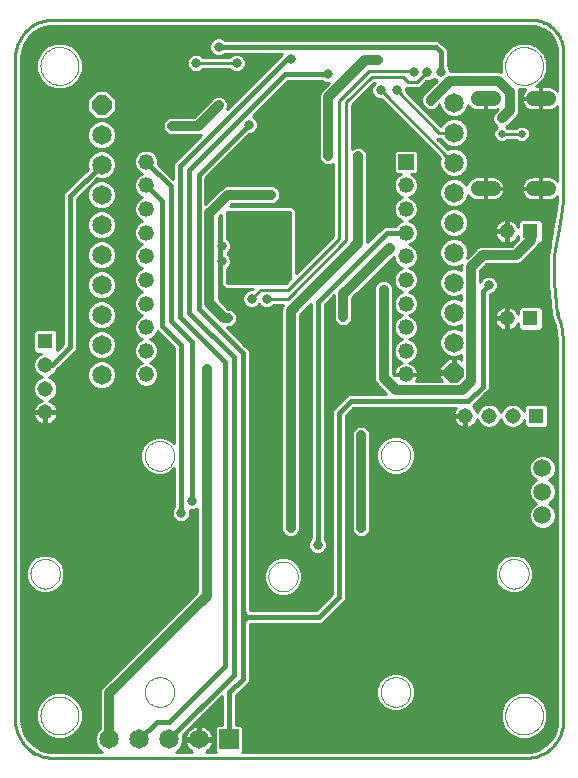
<source format=gtl>
G75*
G70*
%OFA0B0*%
%FSLAX24Y24*%
%IPPOS*%
%LPD*%
%AMOC8*
5,1,8,0,0,1.08239X$1,22.5*
%
%ADD10C,0.0100*%
%ADD11C,0.0000*%
%ADD12R,0.0650X0.0650*%
%ADD13C,0.0650*%
%ADD14C,0.0594*%
%ADD15C,0.0500*%
%ADD16R,0.0515X0.0515*%
%ADD17C,0.0515*%
%ADD18R,0.0520X0.0520*%
%ADD19C,0.0520*%
%ADD20OC8,0.0650*%
%ADD21C,0.0160*%
%ADD22C,0.0320*%
%ADD23C,0.0320*%
%ADD24C,0.0356*%
%ADD25C,0.0250*%
D10*
X001444Y001330D02*
X001307Y001567D01*
X001236Y001832D01*
X001227Y001969D01*
X001227Y024075D01*
X001236Y024212D01*
X001307Y024477D01*
X001444Y024714D01*
X001638Y024908D01*
X001875Y025045D01*
X002140Y025116D01*
X002277Y025125D01*
X018228Y025125D01*
X018364Y025114D01*
X018622Y025031D01*
X018841Y024871D01*
X019000Y024652D01*
X019084Y024394D01*
X019095Y024259D01*
X019095Y022966D01*
X019044Y023017D01*
X018979Y023061D01*
X018906Y023091D01*
X018829Y023106D01*
X018552Y023106D01*
X018552Y022719D01*
X018527Y022719D01*
X018527Y023106D01*
X018381Y023106D01*
X018429Y023126D01*
X018648Y023346D01*
X018767Y023632D01*
X018767Y023943D01*
X018648Y024229D01*
X018429Y024449D01*
X018142Y024567D01*
X017832Y024567D01*
X017546Y024449D01*
X017326Y024229D01*
X017207Y023943D01*
X017207Y023632D01*
X017226Y023587D01*
X017183Y023605D01*
X015530Y023605D01*
X015530Y023630D01*
X015483Y023744D01*
X015450Y023777D01*
X015450Y024341D01*
X015267Y024524D01*
X015133Y024659D01*
X008013Y024659D01*
X007980Y024692D01*
X007866Y024739D01*
X007743Y024739D01*
X007629Y024692D01*
X007542Y024604D01*
X007495Y024490D01*
X007495Y024367D01*
X007542Y024253D01*
X007629Y024166D01*
X007743Y024119D01*
X007866Y024119D01*
X007980Y024166D01*
X008013Y024199D01*
X009932Y024199D01*
X009858Y024124D01*
X008089Y022356D01*
X008115Y022417D01*
X008115Y022540D01*
X008067Y022654D01*
X007980Y022742D01*
X007866Y022789D01*
X007743Y022789D01*
X007629Y022742D01*
X007542Y022654D01*
X006975Y022088D01*
X006193Y022088D01*
X006079Y022041D01*
X005992Y021954D01*
X005945Y021840D01*
X005945Y021716D01*
X005992Y021602D01*
X006079Y021515D01*
X006193Y021468D01*
X007165Y021468D01*
X007227Y021493D01*
X006285Y020551D01*
X006285Y020016D01*
X005794Y020507D01*
X005795Y020510D01*
X005795Y020673D01*
X006406Y020673D01*
X006308Y020574D02*
X005795Y020574D01*
X005795Y020673D02*
X005732Y020823D01*
X005617Y020939D01*
X005466Y021001D01*
X005303Y021001D01*
X005152Y020939D01*
X005037Y020823D01*
X004975Y020673D01*
X004342Y020673D01*
X004376Y020593D02*
X004303Y020767D01*
X004170Y020901D01*
X003995Y020973D01*
X003806Y020973D01*
X003632Y020901D01*
X003498Y020767D01*
X003426Y020593D01*
X003426Y020404D01*
X003442Y020364D01*
X002625Y019547D01*
X002625Y014524D01*
X002434Y014334D01*
X002434Y014924D01*
X002346Y015012D01*
X001707Y015012D01*
X001619Y014924D01*
X001619Y014285D01*
X001707Y014197D01*
X001879Y014197D01*
X001796Y014162D01*
X001681Y014048D01*
X001619Y013898D01*
X001619Y013736D01*
X001681Y013586D01*
X001796Y013471D01*
X001912Y013423D01*
X001796Y013375D01*
X001681Y013260D01*
X001619Y013111D01*
X001619Y012948D01*
X001681Y012799D01*
X001796Y012684D01*
X001916Y012634D01*
X001870Y012620D01*
X001813Y012591D01*
X001761Y012553D01*
X001716Y012508D01*
X001678Y012456D01*
X001649Y012399D01*
X001227Y012399D01*
X001227Y012497D02*
X001708Y012497D01*
X001649Y012399D02*
X001629Y012338D01*
X001619Y012274D01*
X001619Y012271D01*
X001998Y012271D01*
X001998Y012213D01*
X002055Y012213D01*
X002055Y011835D01*
X002059Y011835D01*
X002122Y011845D01*
X002183Y011864D01*
X002240Y011894D01*
X002292Y011931D01*
X002337Y011977D01*
X002375Y012029D01*
X002404Y012086D01*
X002424Y012147D01*
X002434Y012210D01*
X002434Y012213D01*
X002055Y012213D01*
X002055Y012271D01*
X002434Y012271D01*
X002434Y012274D01*
X002424Y012338D01*
X002404Y012399D01*
X006325Y012399D01*
X006325Y012497D02*
X002345Y012497D01*
X002337Y012508D02*
X002292Y012553D01*
X002240Y012591D01*
X002183Y012620D01*
X002138Y012634D01*
X002257Y012684D01*
X002372Y012799D01*
X002434Y012948D01*
X002434Y013111D01*
X002372Y013260D01*
X002257Y013375D01*
X002141Y013423D01*
X002257Y013471D01*
X002372Y013586D01*
X002397Y013646D01*
X002950Y014199D01*
X003085Y014333D01*
X003085Y019357D01*
X003767Y020039D01*
X003806Y020023D01*
X003995Y020023D01*
X004170Y020095D01*
X004303Y020229D01*
X004376Y020404D01*
X004376Y020593D01*
X004376Y020574D02*
X004975Y020574D01*
X004975Y020510D02*
X005037Y020359D01*
X005152Y020244D01*
X005264Y020197D01*
X005152Y020151D01*
X005037Y020036D01*
X004975Y019885D01*
X004186Y019885D01*
X004170Y019901D02*
X003995Y019973D01*
X003806Y019973D01*
X003632Y019901D01*
X003498Y019767D01*
X003426Y019593D01*
X003426Y019404D01*
X003498Y019229D01*
X003632Y019095D01*
X003806Y019023D01*
X003995Y019023D01*
X004170Y019095D01*
X004303Y019229D01*
X004376Y019404D01*
X004376Y019593D01*
X004303Y019767D01*
X004170Y019901D01*
X004284Y019786D02*
X004975Y019786D01*
X004975Y019722D02*
X005037Y019571D01*
X005152Y019456D01*
X005264Y019410D01*
X005152Y019364D01*
X005037Y019249D01*
X004975Y019098D01*
X004975Y018935D01*
X005037Y018784D01*
X005152Y018669D01*
X005264Y018623D01*
X005152Y018576D01*
X005037Y018461D01*
X004975Y018310D01*
X004975Y018147D01*
X005037Y017997D01*
X005152Y017881D01*
X005264Y017835D01*
X005152Y017789D01*
X005037Y017674D01*
X004975Y017523D01*
X004975Y017360D01*
X005037Y017209D01*
X005152Y017094D01*
X005264Y017048D01*
X005152Y017002D01*
X005037Y016886D01*
X004975Y016736D01*
X004975Y016573D01*
X005037Y016422D01*
X005152Y016307D01*
X005264Y016260D01*
X005152Y016214D01*
X005037Y016099D01*
X004975Y015948D01*
X004975Y015785D01*
X005037Y015634D01*
X005152Y015519D01*
X005264Y015473D01*
X005152Y015427D01*
X005037Y015312D01*
X004975Y015161D01*
X004975Y014998D01*
X005037Y014847D01*
X005152Y014732D01*
X005264Y014686D01*
X005152Y014639D01*
X005037Y014524D01*
X004975Y014373D01*
X004975Y014210D01*
X005037Y014060D01*
X005152Y013944D01*
X005264Y013898D01*
X005152Y013852D01*
X005037Y013737D01*
X004975Y013586D01*
X004975Y013423D01*
X005037Y013272D01*
X005152Y013157D01*
X005303Y013094D01*
X005466Y013094D01*
X005617Y013157D01*
X005732Y013272D01*
X005795Y013423D01*
X005795Y013586D01*
X005732Y013737D01*
X005617Y013852D01*
X005506Y013898D01*
X005617Y013944D01*
X005732Y014060D01*
X005795Y014210D01*
X005795Y014373D01*
X005732Y014524D01*
X005617Y014639D01*
X005506Y014686D01*
X005617Y014732D01*
X005732Y014847D01*
X005770Y014938D01*
X005809Y014899D01*
X006325Y014383D01*
X006325Y011207D01*
X006198Y011333D01*
X005962Y011431D01*
X005707Y011431D01*
X005471Y011333D01*
X005290Y011152D01*
X005192Y010916D01*
X005192Y010661D01*
X005290Y010425D01*
X005471Y010244D01*
X005707Y010147D01*
X005962Y010147D01*
X006198Y010244D01*
X006325Y010371D01*
X006325Y009087D01*
X006292Y009054D01*
X006245Y008940D01*
X006245Y008817D01*
X006292Y008703D01*
X006379Y008616D01*
X006493Y008569D01*
X006616Y008569D01*
X006730Y008616D01*
X006817Y008703D01*
X006865Y008817D01*
X006865Y008940D01*
X006853Y008969D01*
X006966Y008969D01*
X007080Y009016D01*
X007095Y009030D01*
X007095Y006257D01*
X003888Y003051D01*
X003841Y002937D01*
X003841Y001699D01*
X003748Y001606D01*
X003676Y001431D01*
X003676Y001242D01*
X003748Y001068D01*
X003882Y000934D01*
X003919Y000919D01*
X002277Y000919D01*
X002140Y000928D01*
X001875Y000999D01*
X001638Y001136D01*
X001444Y001330D01*
X001422Y001367D02*
X002311Y001367D01*
X002342Y001354D02*
X002652Y001354D01*
X002939Y001473D01*
X003158Y001692D01*
X003277Y001979D01*
X003277Y002289D01*
X003158Y002576D01*
X002939Y002795D01*
X002652Y002914D01*
X002342Y002914D01*
X002055Y002795D01*
X001836Y002576D01*
X001717Y002289D01*
X001717Y001979D01*
X001836Y001692D01*
X002055Y001473D01*
X002342Y001354D01*
X002073Y001465D02*
X001366Y001465D01*
X001309Y001564D02*
X001964Y001564D01*
X001865Y001662D02*
X001281Y001662D01*
X001255Y001761D02*
X001807Y001761D01*
X001766Y001859D02*
X001234Y001859D01*
X001228Y001958D02*
X001726Y001958D01*
X001717Y002056D02*
X001227Y002056D01*
X001227Y002155D02*
X001717Y002155D01*
X001717Y002253D02*
X001227Y002253D01*
X001227Y002352D02*
X001743Y002352D01*
X001784Y002450D02*
X001227Y002450D01*
X001227Y002549D02*
X001824Y002549D01*
X001907Y002647D02*
X001227Y002647D01*
X001227Y002746D02*
X002006Y002746D01*
X002174Y002844D02*
X001227Y002844D01*
X001227Y002943D02*
X003843Y002943D01*
X003841Y002844D02*
X002820Y002844D01*
X002988Y002746D02*
X003841Y002746D01*
X003841Y002647D02*
X003086Y002647D01*
X003169Y002549D02*
X003841Y002549D01*
X003841Y002450D02*
X003210Y002450D01*
X003251Y002352D02*
X003841Y002352D01*
X003841Y002253D02*
X003277Y002253D01*
X003277Y002155D02*
X003841Y002155D01*
X003841Y002056D02*
X003277Y002056D01*
X003268Y001958D02*
X003841Y001958D01*
X003841Y001859D02*
X003227Y001859D01*
X003186Y001761D02*
X003841Y001761D01*
X003804Y001662D02*
X003128Y001662D01*
X003030Y001564D02*
X003731Y001564D01*
X003690Y001465D02*
X002921Y001465D01*
X002683Y001367D02*
X003676Y001367D01*
X003676Y001268D02*
X001505Y001268D01*
X001604Y001170D02*
X003706Y001170D01*
X003747Y001071D02*
X001749Y001071D01*
X001972Y000973D02*
X003843Y000973D01*
X002277Y000719D02*
X018045Y000719D01*
X018045Y000919D02*
X008595Y000919D01*
X008626Y000950D01*
X008626Y001724D01*
X008538Y001812D01*
X008381Y001812D01*
X008381Y002810D01*
X008835Y003263D01*
X008835Y005183D01*
X008850Y005199D01*
X011250Y005199D01*
X011385Y005333D01*
X011385Y005333D01*
X012035Y005983D01*
X012035Y012133D01*
X012300Y012399D01*
X015726Y012399D01*
X015718Y012390D01*
X015680Y012338D01*
X015651Y012281D01*
X015631Y012220D01*
X015621Y012157D01*
X015621Y012154D01*
X016000Y012154D01*
X016000Y012096D01*
X016057Y012096D01*
X016057Y011717D01*
X016061Y011717D01*
X016124Y011727D01*
X016185Y011747D01*
X016242Y011776D01*
X016294Y011814D01*
X016339Y011859D01*
X016377Y011911D01*
X016406Y011968D01*
X016421Y012014D01*
X016471Y011894D01*
X016585Y011779D01*
X016735Y011717D01*
X016897Y011717D01*
X017047Y011779D01*
X017161Y011894D01*
X017210Y012010D01*
X017258Y011894D01*
X017373Y011779D01*
X017522Y011717D01*
X017684Y011717D01*
X017834Y011779D01*
X017949Y011894D01*
X017983Y011977D01*
X017983Y011805D01*
X018071Y011717D01*
X018710Y011717D01*
X018798Y011805D01*
X018798Y012444D01*
X018710Y012532D01*
X018071Y012532D01*
X017983Y012444D01*
X017983Y012272D01*
X017949Y012356D01*
X017834Y012470D01*
X017684Y012532D01*
X017522Y012532D01*
X017373Y012470D01*
X017258Y012356D01*
X017210Y012239D01*
X017161Y012356D01*
X017047Y012470D01*
X016897Y012532D01*
X016735Y012532D01*
X016585Y012470D01*
X016471Y012356D01*
X016421Y012236D01*
X016406Y012281D01*
X016377Y012338D01*
X016339Y012390D01*
X016294Y012436D01*
X016277Y012448D01*
X016700Y012870D01*
X016835Y013005D01*
X016835Y016169D01*
X016866Y016169D01*
X016980Y016216D01*
X017067Y016303D01*
X017115Y016417D01*
X017115Y016540D01*
X017067Y016654D01*
X016980Y016742D01*
X016866Y016789D01*
X016743Y016789D01*
X016629Y016742D01*
X016542Y016654D01*
X016515Y016589D01*
X016515Y016950D01*
X016733Y017169D01*
X017766Y017169D01*
X017880Y017216D01*
X018380Y017716D01*
X018467Y017803D01*
X018494Y017867D01*
X018518Y017867D01*
X018606Y017954D01*
X018606Y018594D01*
X018518Y018681D01*
X017879Y018681D01*
X017791Y018594D01*
X017791Y018423D01*
X017789Y018430D01*
X017759Y018488D01*
X017722Y018539D01*
X017676Y018585D01*
X017624Y018623D01*
X017567Y018652D01*
X017506Y018671D01*
X017443Y018681D01*
X017440Y018681D01*
X017440Y018303D01*
X017382Y018303D01*
X017382Y018681D01*
X017379Y018681D01*
X017315Y018671D01*
X017254Y018652D01*
X017197Y018623D01*
X017145Y018585D01*
X017100Y018539D01*
X017062Y018488D01*
X017033Y018430D01*
X017013Y018369D01*
X017003Y018306D01*
X017003Y018303D01*
X017382Y018303D01*
X017382Y018245D01*
X017440Y018245D01*
X017440Y017867D01*
X017443Y017867D01*
X017506Y017877D01*
X017567Y017896D01*
X017624Y017926D01*
X017676Y017963D01*
X017722Y018009D01*
X017759Y018060D01*
X017789Y018118D01*
X017791Y018125D01*
X017791Y018003D01*
X017576Y017789D01*
X016543Y017789D01*
X016429Y017742D01*
X016342Y017654D01*
X016081Y017394D01*
X016114Y017472D01*
X016114Y017661D01*
X016042Y017836D01*
X015908Y017970D01*
X015733Y018042D01*
X015544Y018042D01*
X015370Y017970D01*
X015236Y017836D01*
X015164Y017661D01*
X015164Y017472D01*
X015236Y017298D01*
X015370Y017164D01*
X015544Y017092D01*
X015733Y017092D01*
X015904Y017163D01*
X015895Y017140D01*
X015895Y016975D01*
X015733Y017042D01*
X015544Y017042D01*
X015370Y016970D01*
X015236Y016836D01*
X015164Y016661D01*
X015164Y016472D01*
X015236Y016298D01*
X015370Y016164D01*
X015544Y016092D01*
X015733Y016092D01*
X015895Y016159D01*
X015895Y015975D01*
X015733Y016042D01*
X015544Y016042D01*
X015370Y015970D01*
X015236Y015836D01*
X015164Y015661D01*
X015164Y015472D01*
X015236Y015298D01*
X015370Y015164D01*
X015544Y015092D01*
X015733Y015092D01*
X015895Y015159D01*
X015895Y014975D01*
X015733Y015042D01*
X015544Y015042D01*
X015370Y014970D01*
X015236Y014836D01*
X015164Y014661D01*
X015164Y014472D01*
X015236Y014298D01*
X015370Y014164D01*
X015544Y014092D01*
X015733Y014092D01*
X015895Y014159D01*
X015895Y013983D01*
X015836Y014042D01*
X015676Y014042D01*
X015676Y013604D01*
X015601Y013604D01*
X015601Y013529D01*
X015164Y013529D01*
X015164Y013370D01*
X015245Y013289D01*
X014396Y013289D01*
X014397Y013290D01*
X014426Y013347D01*
X014446Y013408D01*
X014456Y013472D01*
X014456Y013474D01*
X014076Y013474D01*
X014076Y013534D01*
X014456Y013534D01*
X014456Y013537D01*
X014446Y013600D01*
X014426Y013662D01*
X014397Y013719D01*
X014359Y013772D01*
X014313Y013817D01*
X014261Y013855D01*
X014203Y013884D01*
X014164Y013897D01*
X014278Y013944D01*
X014394Y014060D01*
X014456Y014210D01*
X014456Y014373D01*
X014394Y014524D01*
X014278Y014639D01*
X014167Y014686D01*
X014278Y014732D01*
X014394Y014847D01*
X014456Y014998D01*
X014456Y015161D01*
X014394Y015312D01*
X014278Y015427D01*
X014167Y015473D01*
X014278Y015519D01*
X014394Y015634D01*
X014456Y015785D01*
X014456Y015948D01*
X014394Y016099D01*
X014278Y016214D01*
X014167Y016260D01*
X014278Y016307D01*
X014394Y016422D01*
X014456Y016573D01*
X014456Y016736D01*
X014394Y016886D01*
X014278Y017002D01*
X014167Y017048D01*
X014278Y017094D01*
X014394Y017209D01*
X014456Y017360D01*
X014456Y017523D01*
X014394Y017674D01*
X014278Y017789D01*
X014167Y017835D01*
X014278Y017881D01*
X014394Y017997D01*
X014456Y018147D01*
X014456Y018310D01*
X014394Y018461D01*
X014278Y018576D01*
X014167Y018623D01*
X014278Y018669D01*
X014394Y018784D01*
X014456Y018935D01*
X014456Y019098D01*
X014394Y019249D01*
X014278Y019364D01*
X014167Y019410D01*
X014278Y019456D01*
X014394Y019571D01*
X014456Y019722D01*
X014456Y019885D01*
X015285Y019885D01*
X015236Y019836D02*
X015164Y019661D01*
X015164Y019472D01*
X015236Y019298D01*
X015370Y019164D01*
X015544Y019092D01*
X015733Y019092D01*
X015908Y019164D01*
X016042Y019298D01*
X016114Y019472D01*
X016114Y019473D01*
X016128Y019451D01*
X016184Y019396D01*
X016250Y019352D01*
X016322Y019322D01*
X016400Y019306D01*
X016677Y019306D01*
X016677Y019694D01*
X016702Y019694D01*
X016702Y019719D01*
X017339Y019719D01*
X017339Y019746D01*
X017324Y019823D01*
X017294Y019896D01*
X017250Y019961D01*
X017194Y020017D01*
X017129Y020061D01*
X017056Y020091D01*
X016979Y020106D01*
X016702Y020106D01*
X016702Y019719D01*
X016677Y019719D01*
X016677Y020106D01*
X016400Y020106D01*
X016322Y020091D01*
X016250Y020061D01*
X016184Y020017D01*
X016128Y019961D01*
X016085Y019896D01*
X016054Y019823D01*
X016052Y019811D01*
X016042Y019836D01*
X015908Y019970D01*
X015733Y020042D01*
X015544Y020042D01*
X015370Y019970D01*
X015236Y019836D01*
X015216Y019786D02*
X014456Y019786D01*
X014442Y019688D02*
X015175Y019688D01*
X015164Y019589D02*
X014401Y019589D01*
X014313Y019491D02*
X015164Y019491D01*
X015197Y019392D02*
X014210Y019392D01*
X014348Y019294D02*
X015240Y019294D01*
X015339Y019195D02*
X014416Y019195D01*
X014456Y019097D02*
X015533Y019097D01*
X015544Y019042D02*
X015370Y018970D01*
X015236Y018836D01*
X015164Y018661D01*
X015164Y018472D01*
X015236Y018298D01*
X015370Y018164D01*
X015544Y018092D01*
X015733Y018092D01*
X015908Y018164D01*
X016042Y018298D01*
X016114Y018472D01*
X016114Y018661D01*
X016042Y018836D01*
X015908Y018970D01*
X015733Y019042D01*
X015544Y019042D01*
X015439Y018998D02*
X014456Y018998D01*
X014442Y018900D02*
X015300Y018900D01*
X015222Y018801D02*
X014401Y018801D01*
X014312Y018703D02*
X015181Y018703D01*
X015164Y018604D02*
X014211Y018604D01*
X014349Y018506D02*
X015164Y018506D01*
X015191Y018407D02*
X014416Y018407D01*
X014456Y018309D02*
X015232Y018309D01*
X015324Y018210D02*
X014456Y018210D01*
X014441Y018112D02*
X015496Y018112D01*
X015475Y018013D02*
X014401Y018013D01*
X014312Y017915D02*
X015315Y017915D01*
X015228Y017816D02*
X014213Y017816D01*
X014350Y017718D02*
X015187Y017718D01*
X015164Y017619D02*
X014416Y017619D01*
X014456Y017521D02*
X015164Y017521D01*
X015185Y017422D02*
X014456Y017422D01*
X014441Y017324D02*
X015225Y017324D01*
X015309Y017225D02*
X014400Y017225D01*
X014311Y017127D02*
X015460Y017127D01*
X015511Y017028D02*
X014214Y017028D01*
X014350Y016930D02*
X015330Y016930D01*
X015234Y016831D02*
X014416Y016831D01*
X014456Y016733D02*
X015193Y016733D01*
X015164Y016634D02*
X014456Y016634D01*
X014441Y016536D02*
X015164Y016536D01*
X015178Y016437D02*
X014400Y016437D01*
X014311Y016339D02*
X015219Y016339D01*
X015294Y016240D02*
X014215Y016240D01*
X014351Y016142D02*
X015424Y016142D01*
X015345Y015945D02*
X014456Y015945D01*
X014456Y015846D02*
X015246Y015846D01*
X015200Y015748D02*
X014441Y015748D01*
X014400Y015649D02*
X015164Y015649D01*
X015164Y015551D02*
X014310Y015551D01*
X014217Y015452D02*
X015172Y015452D01*
X015213Y015354D02*
X014351Y015354D01*
X014417Y015255D02*
X015279Y015255D01*
X015388Y015157D02*
X014456Y015157D01*
X014456Y015058D02*
X015895Y015058D01*
X015890Y015157D02*
X015895Y015157D01*
X015360Y014960D02*
X014440Y014960D01*
X014400Y014861D02*
X015261Y014861D01*
X015206Y014763D02*
X014309Y014763D01*
X014218Y014664D02*
X015165Y014664D01*
X015164Y014566D02*
X014352Y014566D01*
X014417Y014467D02*
X015166Y014467D01*
X015207Y014369D02*
X014456Y014369D01*
X014456Y014270D02*
X015264Y014270D01*
X015362Y014172D02*
X014440Y014172D01*
X014399Y014073D02*
X015895Y014073D01*
X015676Y013975D02*
X015601Y013975D01*
X015601Y014042D02*
X015442Y014042D01*
X015164Y013764D01*
X015164Y013604D01*
X015601Y013604D01*
X015601Y014042D01*
X015601Y013876D02*
X015676Y013876D01*
X015676Y013778D02*
X015601Y013778D01*
X015601Y013679D02*
X015676Y013679D01*
X015601Y013581D02*
X014449Y013581D01*
X014417Y013679D02*
X015164Y013679D01*
X015178Y013778D02*
X014353Y013778D01*
X014219Y013876D02*
X015276Y013876D01*
X015375Y013975D02*
X014309Y013975D01*
X014016Y013534D02*
X014016Y013474D01*
X013647Y013474D01*
X013615Y013507D01*
X013615Y016220D01*
X013633Y016263D01*
X013633Y016394D01*
X013583Y016515D01*
X013490Y016607D01*
X013370Y016657D01*
X013239Y016657D01*
X013119Y016607D01*
X013026Y016515D01*
X012977Y016394D01*
X012977Y016263D01*
X012995Y016220D01*
X012995Y013317D01*
X013042Y013203D01*
X013386Y012859D01*
X012109Y012859D01*
X011709Y012459D01*
X011575Y012324D01*
X011575Y006174D01*
X011059Y005659D01*
X008850Y005659D01*
X008835Y005674D01*
X008835Y014324D01*
X008700Y014459D01*
X008084Y015075D01*
X008178Y015075D01*
X008292Y015122D01*
X008379Y015209D01*
X008426Y015323D01*
X008426Y015446D01*
X008379Y015560D01*
X008292Y015647D01*
X008178Y015695D01*
X008127Y015695D01*
X007810Y016012D01*
X007810Y018745D01*
X007875Y018810D01*
X007875Y016483D01*
X008009Y016349D01*
X008942Y016349D01*
X008932Y016339D01*
X007810Y016339D01*
X007810Y016437D02*
X007921Y016437D01*
X007875Y016536D02*
X007810Y016536D01*
X007810Y016634D02*
X007875Y016634D01*
X007875Y016733D02*
X007810Y016733D01*
X007810Y016831D02*
X007875Y016831D01*
X007875Y016930D02*
X007810Y016930D01*
X007810Y017028D02*
X007875Y017028D01*
X007875Y017127D02*
X007810Y017127D01*
X007810Y017225D02*
X007875Y017225D01*
X007875Y017324D02*
X007810Y017324D01*
X007810Y017422D02*
X007875Y017422D01*
X007875Y017521D02*
X007810Y017521D01*
X007810Y017619D02*
X007875Y017619D01*
X007875Y017718D02*
X007810Y017718D01*
X007810Y017816D02*
X007875Y017816D01*
X007875Y017915D02*
X007810Y017915D01*
X007810Y018013D02*
X007875Y018013D01*
X007875Y018112D02*
X007810Y018112D01*
X007810Y018210D02*
X007875Y018210D01*
X007875Y018309D02*
X007810Y018309D01*
X007810Y018407D02*
X007875Y018407D01*
X007875Y018506D02*
X007810Y018506D01*
X007810Y018604D02*
X007875Y018604D01*
X007875Y018703D02*
X007810Y018703D01*
X007866Y018801D02*
X007875Y018801D01*
X008173Y019109D02*
X008246Y019182D01*
X009616Y019182D01*
X009730Y019229D01*
X009817Y019317D01*
X009865Y019431D01*
X009865Y019554D01*
X009817Y019668D01*
X009730Y019755D01*
X009616Y019802D01*
X008056Y019802D01*
X007942Y019755D01*
X007365Y019177D01*
X007365Y020063D01*
X008820Y021519D01*
X008866Y021519D01*
X008980Y021566D01*
X009067Y021653D01*
X009115Y021767D01*
X009115Y021890D01*
X009067Y022004D01*
X008980Y022092D01*
X008938Y022109D01*
X010127Y023299D01*
X011246Y023299D01*
X011279Y023266D01*
X011393Y023219D01*
X011498Y023219D01*
X011192Y022912D01*
X011145Y022798D01*
X011145Y020717D01*
X011192Y020603D01*
X011279Y020516D01*
X011393Y020469D01*
X011516Y020469D01*
X011605Y020505D01*
X011605Y018112D01*
X010385Y018112D01*
X010385Y018210D02*
X011605Y018210D01*
X011605Y018112D02*
X010385Y016892D01*
X010385Y018974D01*
X010250Y019109D01*
X010059Y019109D01*
X008200Y019109D01*
X008173Y019109D01*
X007777Y019589D02*
X007365Y019589D01*
X007365Y019491D02*
X007678Y019491D01*
X007580Y019392D02*
X007365Y019392D01*
X007365Y019294D02*
X007481Y019294D01*
X007383Y019195D02*
X007365Y019195D01*
X007365Y019688D02*
X007875Y019688D01*
X008018Y019786D02*
X007365Y019786D01*
X007365Y019885D02*
X011605Y019885D01*
X011605Y019983D02*
X007365Y019983D01*
X007383Y020082D02*
X011605Y020082D01*
X011605Y020180D02*
X007481Y020180D01*
X007580Y020279D02*
X011605Y020279D01*
X011605Y020377D02*
X007678Y020377D01*
X007777Y020476D02*
X011376Y020476D01*
X011533Y020476D02*
X011605Y020476D01*
X011221Y020574D02*
X007875Y020574D01*
X007974Y020673D02*
X011163Y020673D01*
X011145Y020771D02*
X008072Y020771D01*
X008171Y020870D02*
X011145Y020870D01*
X011145Y020968D02*
X008269Y020968D01*
X008368Y021067D02*
X011145Y021067D01*
X011145Y021165D02*
X008466Y021165D01*
X008565Y021264D02*
X011145Y021264D01*
X011145Y021362D02*
X008663Y021362D01*
X008762Y021461D02*
X011145Y021461D01*
X011145Y021559D02*
X008964Y021559D01*
X009069Y021658D02*
X011145Y021658D01*
X011145Y021756D02*
X009110Y021756D01*
X009115Y021855D02*
X011145Y021855D01*
X011145Y021953D02*
X009089Y021953D01*
X009020Y022052D02*
X011145Y022052D01*
X011145Y022150D02*
X008979Y022150D01*
X009077Y022249D02*
X011145Y022249D01*
X011145Y022347D02*
X009176Y022347D01*
X009274Y022446D02*
X011145Y022446D01*
X011145Y022544D02*
X009373Y022544D01*
X009471Y022643D02*
X011145Y022643D01*
X011145Y022741D02*
X009570Y022741D01*
X009668Y022840D02*
X011162Y022840D01*
X011218Y022938D02*
X009767Y022938D01*
X009865Y023037D02*
X011316Y023037D01*
X011415Y023135D02*
X009964Y023135D01*
X010062Y023234D02*
X011357Y023234D01*
X011805Y022629D02*
X011805Y018029D01*
X010105Y016329D01*
X009205Y016329D01*
X008955Y016079D01*
X008905Y016079D01*
X008905Y016029D01*
X008678Y016240D02*
X007810Y016240D01*
X007810Y016142D02*
X008616Y016142D01*
X008595Y016090D02*
X008595Y015967D01*
X008642Y015853D01*
X008729Y015766D01*
X008843Y015719D01*
X008966Y015719D01*
X009080Y015766D01*
X009155Y015840D01*
X009229Y015766D01*
X009343Y015719D01*
X009466Y015719D01*
X009580Y015766D01*
X009643Y015829D01*
X009966Y015829D01*
X009942Y015804D01*
X009895Y015690D01*
X009895Y008317D01*
X009942Y008203D01*
X010029Y008116D01*
X010143Y008069D01*
X010266Y008069D01*
X010380Y008116D01*
X010467Y008203D01*
X010515Y008317D01*
X010515Y015500D01*
X010875Y015860D01*
X010875Y008037D01*
X010842Y008004D01*
X010795Y007890D01*
X010795Y007767D01*
X010842Y007653D01*
X010929Y007566D01*
X011043Y007519D01*
X011166Y007519D01*
X011280Y007566D01*
X011367Y007653D01*
X011415Y007767D01*
X011415Y007890D01*
X011367Y008004D01*
X011335Y008037D01*
X011335Y015833D01*
X011645Y016143D01*
X011645Y015367D01*
X011692Y015253D01*
X011779Y015166D01*
X011893Y015119D01*
X012016Y015119D01*
X012130Y015166D01*
X012217Y015253D01*
X012265Y015367D01*
X012265Y016050D01*
X013636Y017422D01*
X013636Y017360D01*
X013698Y017209D01*
X013814Y017094D01*
X013925Y017048D01*
X013814Y017002D01*
X013698Y016886D01*
X013636Y016736D01*
X013636Y016573D01*
X013698Y016422D01*
X013814Y016307D01*
X013925Y016260D01*
X013814Y016214D01*
X013698Y016099D01*
X013636Y015948D01*
X013636Y015785D01*
X013698Y015634D01*
X013814Y015519D01*
X013925Y015473D01*
X013814Y015427D01*
X013698Y015312D01*
X013636Y015161D01*
X013636Y014998D01*
X013698Y014847D01*
X013814Y014732D01*
X013925Y014686D01*
X013814Y014639D01*
X013698Y014524D01*
X013636Y014373D01*
X013636Y014210D01*
X013698Y014060D01*
X013814Y013944D01*
X013928Y013897D01*
X013889Y013884D01*
X013831Y013855D01*
X013779Y013817D01*
X013733Y013772D01*
X013695Y013719D01*
X013666Y013662D01*
X013646Y013600D01*
X013636Y013537D01*
X013636Y013534D01*
X014016Y013534D01*
X014016Y013482D02*
X013639Y013482D01*
X013643Y013581D02*
X013615Y013581D01*
X013615Y013679D02*
X013675Y013679D01*
X013615Y013778D02*
X013739Y013778D01*
X013615Y013876D02*
X013873Y013876D01*
X013783Y013975D02*
X013615Y013975D01*
X013615Y014073D02*
X013693Y014073D01*
X013652Y014172D02*
X013615Y014172D01*
X013615Y014270D02*
X013636Y014270D01*
X013636Y014369D02*
X013615Y014369D01*
X013615Y014467D02*
X013675Y014467D01*
X013615Y014566D02*
X013740Y014566D01*
X013615Y014664D02*
X013874Y014664D01*
X013783Y014763D02*
X013615Y014763D01*
X013615Y014861D02*
X013693Y014861D01*
X013652Y014960D02*
X013615Y014960D01*
X013615Y015058D02*
X013636Y015058D01*
X013636Y015157D02*
X013615Y015157D01*
X013615Y015255D02*
X013675Y015255D01*
X013615Y015354D02*
X013741Y015354D01*
X013615Y015452D02*
X013875Y015452D01*
X013782Y015551D02*
X013615Y015551D01*
X013615Y015649D02*
X013692Y015649D01*
X013652Y015748D02*
X013615Y015748D01*
X013615Y015846D02*
X013636Y015846D01*
X013636Y015945D02*
X013615Y015945D01*
X013615Y016043D02*
X013675Y016043D01*
X013615Y016142D02*
X013741Y016142D01*
X013623Y016240D02*
X013877Y016240D01*
X013782Y016339D02*
X013633Y016339D01*
X013615Y016437D02*
X013692Y016437D01*
X013651Y016536D02*
X013562Y016536D01*
X013636Y016634D02*
X013424Y016634D01*
X013636Y016733D02*
X012947Y016733D01*
X013046Y016831D02*
X013676Y016831D01*
X013742Y016930D02*
X013144Y016930D01*
X013243Y017028D02*
X013878Y017028D01*
X013781Y017127D02*
X013341Y017127D01*
X013440Y017225D02*
X013692Y017225D01*
X013651Y017324D02*
X013538Y017324D01*
X013185Y016634D02*
X012849Y016634D01*
X012750Y016536D02*
X013048Y016536D01*
X012994Y016437D02*
X012652Y016437D01*
X012553Y016339D02*
X012977Y016339D01*
X012986Y016240D02*
X012455Y016240D01*
X012356Y016142D02*
X012995Y016142D01*
X012995Y016043D02*
X012265Y016043D01*
X012265Y015945D02*
X012995Y015945D01*
X012995Y015846D02*
X012265Y015846D01*
X012265Y015748D02*
X012995Y015748D01*
X012995Y015649D02*
X012265Y015649D01*
X012265Y015551D02*
X012995Y015551D01*
X012995Y015452D02*
X012265Y015452D01*
X012259Y015354D02*
X012995Y015354D01*
X012995Y015255D02*
X012218Y015255D01*
X012108Y015157D02*
X012995Y015157D01*
X012995Y015058D02*
X011335Y015058D01*
X011335Y014960D02*
X012995Y014960D01*
X012995Y014861D02*
X011335Y014861D01*
X011335Y014763D02*
X012995Y014763D01*
X012995Y014664D02*
X011335Y014664D01*
X011335Y014566D02*
X012995Y014566D01*
X012995Y014467D02*
X011335Y014467D01*
X011335Y014369D02*
X012995Y014369D01*
X012995Y014270D02*
X011335Y014270D01*
X011335Y014172D02*
X012995Y014172D01*
X012995Y014073D02*
X011335Y014073D01*
X011335Y013975D02*
X012995Y013975D01*
X012995Y013876D02*
X011335Y013876D01*
X011335Y013778D02*
X012995Y013778D01*
X012995Y013679D02*
X011335Y013679D01*
X011335Y013581D02*
X012995Y013581D01*
X012995Y013482D02*
X011335Y013482D01*
X011335Y013384D02*
X012995Y013384D01*
X013008Y013285D02*
X011335Y013285D01*
X011335Y013187D02*
X013058Y013187D01*
X013157Y013088D02*
X011335Y013088D01*
X011335Y012990D02*
X013255Y012990D01*
X013354Y012891D02*
X011335Y012891D01*
X011335Y012793D02*
X012043Y012793D01*
X011945Y012694D02*
X011335Y012694D01*
X011335Y012596D02*
X011846Y012596D01*
X011748Y012497D02*
X011335Y012497D01*
X011335Y012399D02*
X011649Y012399D01*
X011575Y012300D02*
X011335Y012300D01*
X011335Y012202D02*
X011575Y012202D01*
X011575Y012103D02*
X011335Y012103D01*
X011335Y012005D02*
X011575Y012005D01*
X011575Y011906D02*
X011335Y011906D01*
X011335Y011808D02*
X011575Y011808D01*
X011575Y011709D02*
X011335Y011709D01*
X011335Y011611D02*
X011575Y011611D01*
X011575Y011512D02*
X011335Y011512D01*
X011335Y011414D02*
X011575Y011414D01*
X011575Y011315D02*
X011335Y011315D01*
X011335Y011217D02*
X011575Y011217D01*
X011575Y011118D02*
X011335Y011118D01*
X011335Y011020D02*
X011575Y011020D01*
X011575Y010921D02*
X011335Y010921D01*
X011335Y010823D02*
X011575Y010823D01*
X011575Y010724D02*
X011335Y010724D01*
X011335Y010626D02*
X011575Y010626D01*
X011575Y010527D02*
X011335Y010527D01*
X011335Y010429D02*
X011575Y010429D01*
X011575Y010330D02*
X011335Y010330D01*
X011335Y010232D02*
X011575Y010232D01*
X011575Y010133D02*
X011335Y010133D01*
X011335Y010035D02*
X011575Y010035D01*
X011575Y009936D02*
X011335Y009936D01*
X011335Y009838D02*
X011575Y009838D01*
X011575Y009739D02*
X011335Y009739D01*
X011335Y009641D02*
X011575Y009641D01*
X011575Y009542D02*
X011335Y009542D01*
X011335Y009444D02*
X011575Y009444D01*
X011575Y009345D02*
X011335Y009345D01*
X011335Y009247D02*
X011575Y009247D01*
X011575Y009148D02*
X011335Y009148D01*
X011335Y009050D02*
X011575Y009050D01*
X011575Y008951D02*
X011335Y008951D01*
X011335Y008853D02*
X011575Y008853D01*
X011575Y008754D02*
X011335Y008754D01*
X011335Y008656D02*
X011575Y008656D01*
X011575Y008557D02*
X011335Y008557D01*
X011335Y008459D02*
X011575Y008459D01*
X011575Y008360D02*
X011335Y008360D01*
X011335Y008262D02*
X011575Y008262D01*
X011575Y008163D02*
X011335Y008163D01*
X011335Y008065D02*
X011575Y008065D01*
X011575Y007966D02*
X011383Y007966D01*
X011415Y007868D02*
X011575Y007868D01*
X011575Y007769D02*
X011415Y007769D01*
X011375Y007671D02*
X011575Y007671D01*
X011575Y007572D02*
X011287Y007572D01*
X011575Y007474D02*
X008835Y007474D01*
X008835Y007572D02*
X010923Y007572D01*
X010835Y007671D02*
X008835Y007671D01*
X008835Y007769D02*
X010795Y007769D01*
X010795Y007868D02*
X008835Y007868D01*
X008835Y007966D02*
X010826Y007966D01*
X010875Y008065D02*
X008835Y008065D01*
X008835Y008163D02*
X009982Y008163D01*
X009918Y008262D02*
X008835Y008262D01*
X008835Y008360D02*
X009895Y008360D01*
X009895Y008459D02*
X008835Y008459D01*
X008835Y008557D02*
X009895Y008557D01*
X009895Y008656D02*
X008835Y008656D01*
X008835Y008754D02*
X009895Y008754D01*
X009895Y008853D02*
X008835Y008853D01*
X008835Y008951D02*
X009895Y008951D01*
X009895Y009050D02*
X008835Y009050D01*
X008835Y009148D02*
X009895Y009148D01*
X009895Y009247D02*
X008835Y009247D01*
X008835Y009345D02*
X009895Y009345D01*
X009895Y009444D02*
X008835Y009444D01*
X008835Y009542D02*
X009895Y009542D01*
X009895Y009641D02*
X008835Y009641D01*
X008835Y009739D02*
X009895Y009739D01*
X009895Y009838D02*
X008835Y009838D01*
X008835Y009936D02*
X009895Y009936D01*
X009895Y010035D02*
X008835Y010035D01*
X008835Y010133D02*
X009895Y010133D01*
X009895Y010232D02*
X008835Y010232D01*
X008835Y010330D02*
X009895Y010330D01*
X009895Y010429D02*
X008835Y010429D01*
X008835Y010527D02*
X009895Y010527D01*
X009895Y010626D02*
X008835Y010626D01*
X008835Y010724D02*
X009895Y010724D01*
X009895Y010823D02*
X008835Y010823D01*
X008835Y010921D02*
X009895Y010921D01*
X009895Y011020D02*
X008835Y011020D01*
X008835Y011118D02*
X009895Y011118D01*
X009895Y011217D02*
X008835Y011217D01*
X008835Y011315D02*
X009895Y011315D01*
X009895Y011414D02*
X008835Y011414D01*
X008835Y011512D02*
X009895Y011512D01*
X009895Y011611D02*
X008835Y011611D01*
X008835Y011709D02*
X009895Y011709D01*
X009895Y011808D02*
X008835Y011808D01*
X008835Y011906D02*
X009895Y011906D01*
X009895Y012005D02*
X008835Y012005D01*
X008835Y012103D02*
X009895Y012103D01*
X009895Y012202D02*
X008835Y012202D01*
X008835Y012300D02*
X009895Y012300D01*
X009895Y012399D02*
X008835Y012399D01*
X008835Y012497D02*
X009895Y012497D01*
X009895Y012596D02*
X008835Y012596D01*
X008835Y012694D02*
X009895Y012694D01*
X009895Y012793D02*
X008835Y012793D01*
X008835Y012891D02*
X009895Y012891D01*
X009895Y012990D02*
X008835Y012990D01*
X008835Y013088D02*
X009895Y013088D01*
X009895Y013187D02*
X008835Y013187D01*
X008835Y013285D02*
X009895Y013285D01*
X009895Y013384D02*
X008835Y013384D01*
X008835Y013482D02*
X009895Y013482D01*
X009895Y013581D02*
X008835Y013581D01*
X008835Y013679D02*
X009895Y013679D01*
X009895Y013778D02*
X008835Y013778D01*
X008835Y013876D02*
X009895Y013876D01*
X009895Y013975D02*
X008835Y013975D01*
X008835Y014073D02*
X009895Y014073D01*
X009895Y014172D02*
X008835Y014172D01*
X008835Y014270D02*
X009895Y014270D01*
X009895Y014369D02*
X008790Y014369D01*
X008691Y014467D02*
X009895Y014467D01*
X009895Y014566D02*
X008593Y014566D01*
X008494Y014664D02*
X009895Y014664D01*
X009895Y014763D02*
X008396Y014763D01*
X008297Y014861D02*
X009895Y014861D01*
X009895Y014960D02*
X008199Y014960D01*
X008100Y015058D02*
X009895Y015058D01*
X009895Y015157D02*
X008327Y015157D01*
X008398Y015255D02*
X009895Y015255D01*
X009895Y015354D02*
X008426Y015354D01*
X008424Y015452D02*
X009895Y015452D01*
X009895Y015551D02*
X008383Y015551D01*
X008287Y015649D02*
X009895Y015649D01*
X009918Y015748D02*
X009536Y015748D01*
X009273Y015748D02*
X009036Y015748D01*
X008773Y015748D02*
X008074Y015748D01*
X007975Y015846D02*
X008649Y015846D01*
X008604Y015945D02*
X007877Y015945D01*
X007810Y016043D02*
X008595Y016043D01*
X008595Y016090D02*
X008642Y016204D01*
X008729Y016292D01*
X008843Y016339D01*
X008932Y016339D01*
X009405Y016029D02*
X010115Y016029D01*
X012055Y017968D01*
X012055Y022579D01*
X012905Y023429D01*
X013955Y023429D01*
X014134Y023249D01*
X014428Y023249D01*
X014758Y023579D01*
X014984Y023366D02*
X015045Y023305D01*
X015069Y023295D01*
X014614Y022841D01*
X014567Y022727D01*
X014567Y022564D01*
X014614Y022450D01*
X014701Y022363D01*
X014815Y022316D01*
X014939Y022316D01*
X015053Y022363D01*
X015140Y022450D01*
X015164Y022508D01*
X015164Y022472D01*
X015236Y022298D01*
X015370Y022164D01*
X015544Y022092D01*
X015733Y022092D01*
X015908Y022164D01*
X016042Y022298D01*
X016114Y022472D01*
X016114Y022473D01*
X016128Y022451D01*
X016184Y022396D01*
X016250Y022352D01*
X016322Y022322D01*
X016400Y022306D01*
X016677Y022306D01*
X016677Y022694D01*
X016702Y022694D01*
X016702Y022306D01*
X016979Y022306D01*
X017056Y022322D01*
X017109Y022344D01*
X017064Y022298D01*
X016976Y022211D01*
X016929Y022097D01*
X016929Y021974D01*
X016976Y021860D01*
X017064Y021773D01*
X017093Y021761D01*
X017083Y021757D01*
X017006Y021679D01*
X016964Y021578D01*
X016964Y021469D01*
X017006Y021368D01*
X017083Y021290D01*
X017185Y021249D01*
X017294Y021249D01*
X017395Y021290D01*
X017428Y021324D01*
X017720Y021324D01*
X017753Y021290D01*
X017854Y021249D01*
X017963Y021249D01*
X018064Y021290D01*
X018142Y021368D01*
X018184Y021469D01*
X018184Y021578D01*
X018142Y021679D01*
X018064Y021757D01*
X017963Y021799D01*
X017854Y021799D01*
X017753Y021757D01*
X017720Y021724D01*
X017428Y021724D01*
X017395Y021757D01*
X017386Y021761D01*
X017415Y021773D01*
X017502Y021860D01*
X017778Y022135D01*
X017825Y022249D01*
X017825Y022963D01*
X017801Y023020D01*
X017832Y023007D01*
X018025Y023007D01*
X017978Y022961D01*
X017935Y022896D01*
X017904Y022823D01*
X017889Y022746D01*
X017889Y022719D01*
X018527Y022719D01*
X018527Y022694D01*
X018552Y022694D01*
X018552Y022306D01*
X018829Y022306D01*
X018906Y022322D01*
X018979Y022352D01*
X019044Y022396D01*
X019095Y022446D01*
X019095Y019966D01*
X019044Y020017D01*
X018979Y020061D01*
X018906Y020091D01*
X018829Y020106D01*
X018552Y020106D01*
X018552Y019719D01*
X018527Y019719D01*
X018527Y020106D01*
X018250Y020106D01*
X018172Y020091D01*
X018100Y020061D01*
X018034Y020017D01*
X017978Y019961D01*
X017935Y019896D01*
X017904Y019823D01*
X017889Y019746D01*
X017889Y019719D01*
X018527Y019719D01*
X018527Y019694D01*
X018552Y019694D01*
X018552Y019306D01*
X018829Y019306D01*
X018906Y019322D01*
X018979Y019352D01*
X019044Y019396D01*
X019095Y019446D01*
X019095Y019295D01*
X019018Y018833D01*
X018922Y018303D01*
X018919Y018301D01*
X018907Y018222D01*
X018893Y018143D01*
X018895Y018140D01*
X018807Y017566D01*
X018797Y017556D01*
X018795Y017486D01*
X018784Y017417D01*
X018793Y017405D01*
X018776Y016640D01*
X018767Y016628D01*
X018774Y016560D01*
X018773Y016490D01*
X018784Y016479D01*
X018889Y015554D01*
X018879Y015532D01*
X018898Y015474D01*
X018905Y015414D01*
X018924Y015399D01*
X019010Y015149D01*
X019095Y014662D01*
X019095Y001969D01*
X019086Y001832D01*
X019015Y001567D01*
X018878Y001330D01*
X018684Y001136D01*
X018446Y000999D01*
X018182Y000928D01*
X018045Y000919D01*
X018350Y000973D02*
X008626Y000973D01*
X008626Y001071D02*
X018572Y001071D01*
X018718Y001170D02*
X008626Y001170D01*
X008626Y001268D02*
X018816Y001268D01*
X018899Y001367D02*
X018173Y001367D01*
X018142Y001354D02*
X018429Y001473D01*
X018648Y001692D01*
X018767Y001979D01*
X018767Y002289D01*
X018648Y002576D01*
X018429Y002795D01*
X018142Y002914D01*
X017832Y002914D01*
X017546Y002795D01*
X017326Y002576D01*
X017207Y002289D01*
X017207Y001979D01*
X017326Y001692D01*
X017546Y001473D01*
X017832Y001354D01*
X018142Y001354D01*
X018411Y001465D02*
X018956Y001465D01*
X019013Y001564D02*
X018520Y001564D01*
X018619Y001662D02*
X019040Y001662D01*
X019067Y001761D02*
X018677Y001761D01*
X018718Y001859D02*
X019087Y001859D01*
X019094Y001958D02*
X018759Y001958D01*
X018767Y002056D02*
X019095Y002056D01*
X019095Y002155D02*
X018767Y002155D01*
X018767Y002253D02*
X019095Y002253D01*
X019095Y002352D02*
X018741Y002352D01*
X018700Y002450D02*
X019095Y002450D01*
X019095Y002549D02*
X018660Y002549D01*
X018577Y002647D02*
X019095Y002647D01*
X019095Y002746D02*
X018478Y002746D01*
X018310Y002844D02*
X019095Y002844D01*
X019095Y002943D02*
X014347Y002943D01*
X014347Y003041D02*
X019095Y003041D01*
X019095Y003140D02*
X014308Y003140D01*
X014347Y003046D02*
X014249Y003282D01*
X014068Y003463D01*
X013832Y003561D01*
X013577Y003561D01*
X013341Y003463D01*
X013160Y003282D01*
X013062Y003046D01*
X013062Y002791D01*
X013160Y002555D01*
X013341Y002374D01*
X013577Y002277D01*
X013832Y002277D01*
X014068Y002374D01*
X014249Y002555D01*
X014347Y002791D01*
X014347Y003046D01*
X014347Y002844D02*
X017664Y002844D01*
X017496Y002746D02*
X014328Y002746D01*
X014287Y002647D02*
X017398Y002647D01*
X017315Y002549D02*
X014243Y002549D01*
X014144Y002450D02*
X017274Y002450D01*
X017233Y002352D02*
X014014Y002352D01*
X013396Y002352D02*
X008381Y002352D01*
X008381Y002450D02*
X013265Y002450D01*
X013167Y002549D02*
X008381Y002549D01*
X008381Y002647D02*
X013122Y002647D01*
X013081Y002746D02*
X008381Y002746D01*
X008415Y002844D02*
X013062Y002844D01*
X013062Y002943D02*
X008514Y002943D01*
X008612Y003041D02*
X013062Y003041D01*
X013101Y003140D02*
X008711Y003140D01*
X008809Y003238D02*
X013142Y003238D01*
X013215Y003337D02*
X008835Y003337D01*
X008835Y003435D02*
X013313Y003435D01*
X013511Y003534D02*
X008835Y003534D01*
X008835Y003632D02*
X019095Y003632D01*
X019095Y003534D02*
X013898Y003534D01*
X014096Y003435D02*
X019095Y003435D01*
X019095Y003337D02*
X014195Y003337D01*
X014267Y003238D02*
X019095Y003238D01*
X019095Y003731D02*
X008835Y003731D01*
X008835Y003829D02*
X019095Y003829D01*
X019095Y003928D02*
X008835Y003928D01*
X008835Y004026D02*
X019095Y004026D01*
X019095Y004125D02*
X008835Y004125D01*
X008835Y004223D02*
X019095Y004223D01*
X019095Y004322D02*
X008835Y004322D01*
X008835Y004420D02*
X019095Y004420D01*
X019095Y004519D02*
X008835Y004519D01*
X008835Y004617D02*
X019095Y004617D01*
X019095Y004716D02*
X008835Y004716D01*
X008835Y004814D02*
X019095Y004814D01*
X019095Y004913D02*
X008835Y004913D01*
X008835Y005011D02*
X019095Y005011D01*
X019095Y005110D02*
X008835Y005110D01*
X008835Y005701D02*
X011101Y005701D01*
X011200Y005799D02*
X008835Y005799D01*
X008835Y005898D02*
X011298Y005898D01*
X011397Y005996D02*
X008835Y005996D01*
X008835Y006095D02*
X011495Y006095D01*
X011575Y006193D02*
X010243Y006193D01*
X010318Y006224D02*
X010499Y006405D01*
X010597Y006641D01*
X010597Y006896D01*
X010499Y007132D01*
X010318Y007313D01*
X010082Y007411D01*
X009827Y007411D01*
X009591Y007313D01*
X009410Y007132D01*
X009312Y006896D01*
X009312Y006641D01*
X009410Y006405D01*
X009591Y006224D01*
X009827Y006127D01*
X010082Y006127D01*
X010318Y006224D01*
X010386Y006292D02*
X011575Y006292D01*
X011575Y006390D02*
X010484Y006390D01*
X010534Y006489D02*
X011575Y006489D01*
X011575Y006587D02*
X010574Y006587D01*
X010597Y006686D02*
X011575Y006686D01*
X011575Y006784D02*
X010597Y006784D01*
X010597Y006883D02*
X011575Y006883D01*
X011575Y006981D02*
X010562Y006981D01*
X010521Y007080D02*
X011575Y007080D01*
X011575Y007178D02*
X010453Y007178D01*
X010355Y007277D02*
X011575Y007277D01*
X011575Y007375D02*
X010168Y007375D01*
X009741Y007375D02*
X008835Y007375D01*
X008835Y007277D02*
X009555Y007277D01*
X009456Y007178D02*
X008835Y007178D01*
X008835Y007080D02*
X009388Y007080D01*
X009348Y006981D02*
X008835Y006981D01*
X008835Y006883D02*
X009312Y006883D01*
X009312Y006784D02*
X008835Y006784D01*
X008835Y006686D02*
X009312Y006686D01*
X009335Y006587D02*
X008835Y006587D01*
X008835Y006489D02*
X009376Y006489D01*
X009425Y006390D02*
X008835Y006390D01*
X008835Y006292D02*
X009524Y006292D01*
X009666Y006193D02*
X008835Y006193D01*
X007095Y006292D02*
X002334Y006292D01*
X002388Y006314D02*
X002569Y006495D01*
X002667Y006731D01*
X002667Y006986D01*
X002569Y007222D01*
X002388Y007403D01*
X002152Y007501D01*
X001897Y007501D01*
X001661Y007403D01*
X001480Y007222D01*
X001382Y006986D01*
X001382Y006731D01*
X001480Y006495D01*
X001661Y006314D01*
X001897Y006217D01*
X002152Y006217D01*
X002388Y006314D01*
X002464Y006390D02*
X007095Y006390D01*
X007095Y006489D02*
X002563Y006489D01*
X002607Y006587D02*
X007095Y006587D01*
X007095Y006686D02*
X002648Y006686D01*
X002667Y006784D02*
X007095Y006784D01*
X007095Y006883D02*
X002667Y006883D01*
X002667Y006981D02*
X007095Y006981D01*
X007095Y007080D02*
X002628Y007080D01*
X002587Y007178D02*
X007095Y007178D01*
X007095Y007277D02*
X002515Y007277D01*
X002416Y007375D02*
X007095Y007375D01*
X007095Y007474D02*
X002218Y007474D01*
X001831Y007474D02*
X001227Y007474D01*
X001227Y007572D02*
X007095Y007572D01*
X007095Y007671D02*
X001227Y007671D01*
X001227Y007769D02*
X007095Y007769D01*
X007095Y007868D02*
X001227Y007868D01*
X001227Y007966D02*
X007095Y007966D01*
X007095Y008065D02*
X001227Y008065D01*
X001227Y008163D02*
X007095Y008163D01*
X007095Y008262D02*
X001227Y008262D01*
X001227Y008360D02*
X007095Y008360D01*
X007095Y008459D02*
X001227Y008459D01*
X001227Y008557D02*
X007095Y008557D01*
X007095Y008656D02*
X006770Y008656D01*
X006839Y008754D02*
X007095Y008754D01*
X007095Y008853D02*
X006865Y008853D01*
X006860Y008951D02*
X007095Y008951D01*
X006325Y009148D02*
X001227Y009148D01*
X001227Y009050D02*
X006290Y009050D01*
X006249Y008951D02*
X001227Y008951D01*
X001227Y008853D02*
X006245Y008853D01*
X006271Y008754D02*
X001227Y008754D01*
X001227Y008656D02*
X006339Y008656D01*
X006325Y009247D02*
X001227Y009247D01*
X001227Y009345D02*
X006325Y009345D01*
X006325Y009444D02*
X001227Y009444D01*
X001227Y009542D02*
X006325Y009542D01*
X006325Y009641D02*
X001227Y009641D01*
X001227Y009739D02*
X006325Y009739D01*
X006325Y009838D02*
X001227Y009838D01*
X001227Y009936D02*
X006325Y009936D01*
X006325Y010035D02*
X001227Y010035D01*
X001227Y010133D02*
X006325Y010133D01*
X006325Y010232D02*
X006168Y010232D01*
X006284Y010330D02*
X006325Y010330D01*
X005501Y010232D02*
X001227Y010232D01*
X001227Y010330D02*
X005385Y010330D01*
X005289Y010429D02*
X001227Y010429D01*
X001227Y010527D02*
X005248Y010527D01*
X005207Y010626D02*
X001227Y010626D01*
X001227Y010724D02*
X005192Y010724D01*
X005192Y010823D02*
X001227Y010823D01*
X001227Y010921D02*
X005194Y010921D01*
X005235Y011020D02*
X001227Y011020D01*
X001227Y011118D02*
X005276Y011118D01*
X005355Y011217D02*
X001227Y011217D01*
X001227Y011315D02*
X005453Y011315D01*
X005666Y011414D02*
X001227Y011414D01*
X001227Y011512D02*
X006325Y011512D01*
X006325Y011414D02*
X006004Y011414D01*
X006216Y011315D02*
X006325Y011315D01*
X006315Y011217D02*
X006325Y011217D01*
X006325Y011611D02*
X001227Y011611D01*
X001227Y011709D02*
X006325Y011709D01*
X006325Y011808D02*
X001227Y011808D01*
X001227Y011906D02*
X001796Y011906D01*
X001813Y011894D02*
X001870Y011864D01*
X001931Y011845D01*
X001995Y011835D01*
X001998Y011835D01*
X001998Y012213D01*
X001619Y012213D01*
X001619Y012210D01*
X001629Y012147D01*
X001649Y012086D01*
X001678Y012029D01*
X001716Y011977D01*
X001761Y011931D01*
X001813Y011894D01*
X001695Y012005D02*
X001227Y012005D01*
X001227Y012103D02*
X001643Y012103D01*
X001620Y012202D02*
X001227Y012202D01*
X001227Y012300D02*
X001623Y012300D01*
X001823Y012596D02*
X001227Y012596D01*
X001227Y012694D02*
X001786Y012694D01*
X001687Y012793D02*
X001227Y012793D01*
X001227Y012891D02*
X001643Y012891D01*
X001619Y012990D02*
X001227Y012990D01*
X001227Y013088D02*
X001619Y013088D01*
X001651Y013187D02*
X001227Y013187D01*
X001227Y013285D02*
X001706Y013285D01*
X001817Y013384D02*
X001227Y013384D01*
X001227Y013482D02*
X001785Y013482D01*
X001687Y013581D02*
X001227Y013581D01*
X001227Y013679D02*
X001643Y013679D01*
X001619Y013778D02*
X001227Y013778D01*
X001227Y013876D02*
X001619Y013876D01*
X001651Y013975D02*
X001227Y013975D01*
X001227Y014073D02*
X001707Y014073D01*
X001819Y014172D02*
X001227Y014172D01*
X001227Y014270D02*
X001634Y014270D01*
X001619Y014369D02*
X001227Y014369D01*
X001227Y014467D02*
X001619Y014467D01*
X001619Y014566D02*
X001227Y014566D01*
X001227Y014664D02*
X001619Y014664D01*
X001619Y014763D02*
X001227Y014763D01*
X001227Y014861D02*
X001619Y014861D01*
X001655Y014960D02*
X001227Y014960D01*
X001227Y015058D02*
X002625Y015058D01*
X002625Y014960D02*
X002398Y014960D01*
X002434Y014861D02*
X002625Y014861D01*
X002625Y014763D02*
X002434Y014763D01*
X002434Y014664D02*
X002625Y014664D01*
X002625Y014566D02*
X002434Y014566D01*
X002434Y014467D02*
X002568Y014467D01*
X002469Y014369D02*
X002434Y014369D01*
X002824Y014073D02*
X003685Y014073D01*
X003632Y014095D02*
X003806Y014023D01*
X003995Y014023D01*
X004170Y014095D01*
X004303Y014229D01*
X004376Y014404D01*
X004376Y014593D01*
X004303Y014767D01*
X004170Y014901D01*
X003995Y014973D01*
X003806Y014973D01*
X003632Y014901D01*
X003498Y014767D01*
X003426Y014593D01*
X003426Y014404D01*
X003498Y014229D01*
X003632Y014095D01*
X003555Y014172D02*
X002923Y014172D01*
X003021Y014270D02*
X003481Y014270D01*
X003440Y014369D02*
X003085Y014369D01*
X003085Y014467D02*
X003426Y014467D01*
X003426Y014566D02*
X003085Y014566D01*
X003085Y014664D02*
X003455Y014664D01*
X003496Y014763D02*
X003085Y014763D01*
X003085Y014861D02*
X003592Y014861D01*
X003774Y014960D02*
X003085Y014960D01*
X003085Y015058D02*
X003721Y015058D01*
X003806Y015023D02*
X003632Y015095D01*
X003498Y015229D01*
X003426Y015404D01*
X003426Y015593D01*
X003498Y015767D01*
X003632Y015901D01*
X003806Y015973D01*
X003995Y015973D01*
X004170Y015901D01*
X004303Y015767D01*
X004376Y015593D01*
X004376Y015404D01*
X004303Y015229D01*
X004170Y015095D01*
X003995Y015023D01*
X003806Y015023D01*
X004027Y014960D02*
X004990Y014960D01*
X004975Y015058D02*
X004080Y015058D01*
X004231Y015157D02*
X004975Y015157D01*
X005014Y015255D02*
X004314Y015255D01*
X004355Y015354D02*
X005079Y015354D01*
X005214Y015452D02*
X004376Y015452D01*
X004376Y015551D02*
X005121Y015551D01*
X005031Y015649D02*
X004352Y015649D01*
X004311Y015748D02*
X004990Y015748D01*
X004975Y015846D02*
X004224Y015846D01*
X004063Y015945D02*
X004975Y015945D01*
X005014Y016043D02*
X004044Y016043D01*
X003995Y016023D02*
X004170Y016095D01*
X004303Y016229D01*
X004376Y016404D01*
X004376Y016593D01*
X004303Y016767D01*
X004170Y016901D01*
X003995Y016973D01*
X003806Y016973D01*
X003632Y016901D01*
X003498Y016767D01*
X003426Y016593D01*
X003426Y016404D01*
X003498Y016229D01*
X003632Y016095D01*
X003806Y016023D01*
X003995Y016023D01*
X003757Y016043D02*
X003085Y016043D01*
X003085Y015945D02*
X003738Y015945D01*
X003577Y015846D02*
X003085Y015846D01*
X003085Y015748D02*
X003490Y015748D01*
X003449Y015649D02*
X003085Y015649D01*
X003085Y015551D02*
X003426Y015551D01*
X003426Y015452D02*
X003085Y015452D01*
X003085Y015354D02*
X003446Y015354D01*
X003487Y015255D02*
X003085Y015255D01*
X003085Y015157D02*
X003570Y015157D01*
X004209Y014861D02*
X005031Y014861D01*
X005121Y014763D02*
X004305Y014763D01*
X004346Y014664D02*
X005212Y014664D01*
X005079Y014566D02*
X004376Y014566D01*
X004376Y014467D02*
X005013Y014467D01*
X004975Y014369D02*
X004361Y014369D01*
X004320Y014270D02*
X004975Y014270D01*
X004991Y014172D02*
X004246Y014172D01*
X004116Y014073D02*
X005031Y014073D01*
X005122Y013975D02*
X002726Y013975D01*
X002627Y013876D02*
X003607Y013876D01*
X003632Y013901D02*
X003498Y013767D01*
X003426Y013593D01*
X003426Y013404D01*
X003498Y013229D01*
X003632Y013095D01*
X003806Y013023D01*
X003995Y013023D01*
X004170Y013095D01*
X004303Y013229D01*
X004376Y013404D01*
X004376Y013593D01*
X004303Y013767D01*
X004170Y013901D01*
X003995Y013973D01*
X003806Y013973D01*
X003632Y013901D01*
X003509Y013778D02*
X002529Y013778D01*
X002430Y013679D02*
X003462Y013679D01*
X003426Y013581D02*
X002367Y013581D01*
X002268Y013482D02*
X003426Y013482D01*
X003434Y013384D02*
X002236Y013384D01*
X002347Y013285D02*
X003475Y013285D01*
X003540Y013187D02*
X002403Y013187D01*
X002434Y013088D02*
X003649Y013088D01*
X004153Y013088D02*
X006325Y013088D01*
X006325Y012990D02*
X002434Y012990D01*
X002410Y012891D02*
X006325Y012891D01*
X006325Y012793D02*
X002366Y012793D01*
X002268Y012694D02*
X006325Y012694D01*
X006325Y012596D02*
X002230Y012596D01*
X002337Y012508D02*
X002375Y012456D01*
X002404Y012399D01*
X002430Y012300D02*
X006325Y012300D01*
X006325Y012202D02*
X002433Y012202D01*
X002410Y012103D02*
X006325Y012103D01*
X006325Y012005D02*
X002358Y012005D01*
X002258Y011906D02*
X006325Y011906D01*
X006325Y013187D02*
X005647Y013187D01*
X005738Y013285D02*
X006325Y013285D01*
X006325Y013384D02*
X005778Y013384D01*
X005795Y013482D02*
X006325Y013482D01*
X006325Y013581D02*
X005795Y013581D01*
X005756Y013679D02*
X006325Y013679D01*
X006325Y013778D02*
X005691Y013778D01*
X005558Y013876D02*
X006325Y013876D01*
X006325Y013975D02*
X005647Y013975D01*
X005738Y014073D02*
X006325Y014073D01*
X006325Y014172D02*
X005779Y014172D01*
X005795Y014270D02*
X006325Y014270D01*
X006325Y014369D02*
X005795Y014369D01*
X005756Y014467D02*
X006241Y014467D01*
X006142Y014566D02*
X005691Y014566D01*
X005557Y014664D02*
X006044Y014664D01*
X005945Y014763D02*
X005648Y014763D01*
X005738Y014861D02*
X005847Y014861D01*
X005211Y013876D02*
X004194Y013876D01*
X004293Y013778D02*
X005078Y013778D01*
X005013Y013679D02*
X004340Y013679D01*
X004376Y013581D02*
X004975Y013581D01*
X004975Y013482D02*
X004376Y013482D01*
X004367Y013384D02*
X004991Y013384D01*
X005032Y013285D02*
X004327Y013285D01*
X004261Y013187D02*
X005123Y013187D01*
X002625Y015157D02*
X001227Y015157D01*
X001227Y015255D02*
X002625Y015255D01*
X002625Y015354D02*
X001227Y015354D01*
X001227Y015452D02*
X002625Y015452D01*
X002625Y015551D02*
X001227Y015551D01*
X001227Y015649D02*
X002625Y015649D01*
X002625Y015748D02*
X001227Y015748D01*
X001227Y015846D02*
X002625Y015846D01*
X002625Y015945D02*
X001227Y015945D01*
X001227Y016043D02*
X002625Y016043D01*
X002625Y016142D02*
X001227Y016142D01*
X001227Y016240D02*
X002625Y016240D01*
X002625Y016339D02*
X001227Y016339D01*
X001227Y016437D02*
X002625Y016437D01*
X002625Y016536D02*
X001227Y016536D01*
X001227Y016634D02*
X002625Y016634D01*
X002625Y016733D02*
X001227Y016733D01*
X001227Y016831D02*
X002625Y016831D01*
X002625Y016930D02*
X001227Y016930D01*
X001227Y017028D02*
X002625Y017028D01*
X002625Y017127D02*
X001227Y017127D01*
X001227Y017225D02*
X002625Y017225D01*
X002625Y017324D02*
X001227Y017324D01*
X001227Y017422D02*
X002625Y017422D01*
X002625Y017521D02*
X001227Y017521D01*
X001227Y017619D02*
X002625Y017619D01*
X002625Y017718D02*
X001227Y017718D01*
X001227Y017816D02*
X002625Y017816D01*
X002625Y017915D02*
X001227Y017915D01*
X001227Y018013D02*
X002625Y018013D01*
X002625Y018112D02*
X001227Y018112D01*
X001227Y018210D02*
X002625Y018210D01*
X002625Y018309D02*
X001227Y018309D01*
X001227Y018407D02*
X002625Y018407D01*
X002625Y018506D02*
X001227Y018506D01*
X001227Y018604D02*
X002625Y018604D01*
X002625Y018703D02*
X001227Y018703D01*
X001227Y018801D02*
X002625Y018801D01*
X002625Y018900D02*
X001227Y018900D01*
X001227Y018998D02*
X002625Y018998D01*
X002625Y019097D02*
X001227Y019097D01*
X001227Y019195D02*
X002625Y019195D01*
X002625Y019294D02*
X001227Y019294D01*
X001227Y019392D02*
X002625Y019392D01*
X002625Y019491D02*
X001227Y019491D01*
X001227Y019589D02*
X002667Y019589D01*
X002765Y019688D02*
X001227Y019688D01*
X001227Y019786D02*
X002864Y019786D01*
X002962Y019885D02*
X001227Y019885D01*
X001227Y019983D02*
X003061Y019983D01*
X003159Y020082D02*
X001227Y020082D01*
X001227Y020180D02*
X003258Y020180D01*
X003356Y020279D02*
X001227Y020279D01*
X001227Y020377D02*
X003437Y020377D01*
X003426Y020476D02*
X001227Y020476D01*
X001227Y020574D02*
X003426Y020574D01*
X003459Y020673D02*
X001227Y020673D01*
X001227Y020771D02*
X003502Y020771D01*
X003601Y020870D02*
X001227Y020870D01*
X001227Y020968D02*
X003795Y020968D01*
X003806Y021023D02*
X003995Y021023D01*
X004170Y021095D01*
X004303Y021229D01*
X004376Y021404D01*
X004376Y021593D01*
X004303Y021767D01*
X004170Y021901D01*
X003995Y021973D01*
X003806Y021973D01*
X003632Y021901D01*
X003498Y021767D01*
X003426Y021593D01*
X003426Y021404D01*
X003498Y021229D01*
X003632Y021095D01*
X003806Y021023D01*
X003701Y021067D02*
X001227Y021067D01*
X001227Y021165D02*
X003562Y021165D01*
X003484Y021264D02*
X001227Y021264D01*
X001227Y021362D02*
X003443Y021362D01*
X003426Y021461D02*
X001227Y021461D01*
X001227Y021559D02*
X003426Y021559D01*
X003453Y021658D02*
X001227Y021658D01*
X001227Y021756D02*
X003494Y021756D01*
X003586Y021855D02*
X001227Y021855D01*
X001227Y021953D02*
X003759Y021953D01*
X003704Y022023D02*
X004097Y022023D01*
X004376Y022301D01*
X004376Y022695D01*
X004097Y022973D01*
X003704Y022973D01*
X003426Y022695D01*
X003426Y022301D01*
X003704Y022023D01*
X003675Y022052D02*
X001227Y022052D01*
X001227Y022150D02*
X003577Y022150D01*
X003478Y022249D02*
X001227Y022249D01*
X001227Y022347D02*
X003426Y022347D01*
X003426Y022446D02*
X001227Y022446D01*
X001227Y022544D02*
X003426Y022544D01*
X003426Y022643D02*
X001227Y022643D01*
X001227Y022741D02*
X003472Y022741D01*
X003571Y022840D02*
X001227Y022840D01*
X001227Y022938D02*
X003669Y022938D01*
X004132Y022938D02*
X008672Y022938D01*
X008573Y022840D02*
X004231Y022840D01*
X004329Y022741D02*
X007629Y022741D01*
X007542Y022654D02*
X007542Y022654D01*
X007530Y022643D02*
X004376Y022643D01*
X004376Y022544D02*
X007432Y022544D01*
X007333Y022446D02*
X004376Y022446D01*
X004376Y022347D02*
X007235Y022347D01*
X007136Y022249D02*
X004323Y022249D01*
X004225Y022150D02*
X007038Y022150D01*
X007194Y021461D02*
X004376Y021461D01*
X004376Y021559D02*
X006035Y021559D01*
X005969Y021658D02*
X004349Y021658D01*
X004308Y021756D02*
X005945Y021756D01*
X005951Y021855D02*
X004216Y021855D01*
X004043Y021953D02*
X005992Y021953D01*
X006106Y022052D02*
X004126Y022052D01*
X004359Y021362D02*
X007096Y021362D01*
X006997Y021264D02*
X004318Y021264D01*
X004240Y021165D02*
X006899Y021165D01*
X006800Y021067D02*
X004101Y021067D01*
X004007Y020968D02*
X005224Y020968D01*
X005083Y020870D02*
X004201Y020870D01*
X004299Y020771D02*
X005015Y020771D01*
X004975Y020673D02*
X004975Y020510D01*
X004989Y020476D02*
X004376Y020476D01*
X004365Y020377D02*
X005029Y020377D01*
X005117Y020279D02*
X004324Y020279D01*
X004255Y020180D02*
X005222Y020180D01*
X005083Y020082D02*
X004137Y020082D01*
X004336Y019688D02*
X004989Y019688D01*
X004975Y019722D02*
X004975Y019885D01*
X005015Y019983D02*
X003711Y019983D01*
X003616Y019885D02*
X003613Y019885D01*
X003517Y019786D02*
X003514Y019786D01*
X003465Y019688D02*
X003416Y019688D01*
X003426Y019589D02*
X003317Y019589D01*
X003219Y019491D02*
X003426Y019491D01*
X003430Y019392D02*
X003120Y019392D01*
X003085Y019294D02*
X003471Y019294D01*
X003532Y019195D02*
X003085Y019195D01*
X003085Y019097D02*
X003630Y019097D01*
X003632Y018901D02*
X003498Y018767D01*
X003426Y018593D01*
X003426Y018404D01*
X003498Y018229D01*
X003632Y018095D01*
X003806Y018023D01*
X003995Y018023D01*
X004170Y018095D01*
X004303Y018229D01*
X004376Y018404D01*
X004376Y018593D01*
X004303Y018767D01*
X004170Y018901D01*
X003995Y018973D01*
X003806Y018973D01*
X003632Y018901D01*
X003631Y018900D02*
X003085Y018900D01*
X003085Y018998D02*
X004975Y018998D01*
X004975Y019097D02*
X004171Y019097D01*
X004270Y019195D02*
X005015Y019195D01*
X005082Y019294D02*
X004330Y019294D01*
X004371Y019392D02*
X005221Y019392D01*
X005118Y019491D02*
X004376Y019491D01*
X004376Y019589D02*
X005030Y019589D01*
X004989Y018900D02*
X004171Y018900D01*
X004269Y018801D02*
X005030Y018801D01*
X005118Y018703D02*
X004330Y018703D01*
X004371Y018604D02*
X005220Y018604D01*
X005082Y018506D02*
X004376Y018506D01*
X004376Y018407D02*
X005015Y018407D01*
X004975Y018309D02*
X004336Y018309D01*
X004285Y018210D02*
X004975Y018210D01*
X004989Y018112D02*
X004186Y018112D01*
X004136Y017915D02*
X005119Y017915D01*
X005030Y018013D02*
X003085Y018013D01*
X003085Y017915D02*
X003666Y017915D01*
X003632Y017901D02*
X003498Y017767D01*
X003426Y017593D01*
X003426Y017404D01*
X003498Y017229D01*
X003632Y017095D01*
X003806Y017023D01*
X003995Y017023D01*
X004170Y017095D01*
X004303Y017229D01*
X004376Y017404D01*
X004376Y017593D01*
X004303Y017767D01*
X004170Y017901D01*
X003995Y017973D01*
X003806Y017973D01*
X003632Y017901D01*
X003547Y017816D02*
X003085Y017816D01*
X003085Y017718D02*
X003478Y017718D01*
X003437Y017619D02*
X003085Y017619D01*
X003085Y017521D02*
X003426Y017521D01*
X003426Y017422D02*
X003085Y017422D01*
X003085Y017324D02*
X003459Y017324D01*
X003502Y017225D02*
X003085Y017225D01*
X003085Y017127D02*
X003600Y017127D01*
X003794Y017028D02*
X003085Y017028D01*
X003085Y016930D02*
X003702Y016930D01*
X003562Y016831D02*
X003085Y016831D01*
X003085Y016733D02*
X003484Y016733D01*
X003443Y016634D02*
X003085Y016634D01*
X003085Y016536D02*
X003426Y016536D01*
X003426Y016437D02*
X003085Y016437D01*
X003085Y016339D02*
X003453Y016339D01*
X003493Y016240D02*
X003085Y016240D01*
X003085Y016142D02*
X003585Y016142D01*
X004216Y016142D02*
X005080Y016142D01*
X005215Y016240D02*
X004308Y016240D01*
X004349Y016339D02*
X005120Y016339D01*
X005031Y016437D02*
X004376Y016437D01*
X004376Y016536D02*
X004990Y016536D01*
X004975Y016634D02*
X004358Y016634D01*
X004318Y016733D02*
X004975Y016733D01*
X005014Y016831D02*
X004239Y016831D01*
X004100Y016930D02*
X005080Y016930D01*
X005217Y017028D02*
X004008Y017028D01*
X004201Y017127D02*
X005120Y017127D01*
X005030Y017225D02*
X004300Y017225D01*
X004343Y017324D02*
X004990Y017324D01*
X004975Y017422D02*
X004376Y017422D01*
X004376Y017521D02*
X004975Y017521D01*
X005014Y017619D02*
X004365Y017619D01*
X004324Y017718D02*
X005081Y017718D01*
X005218Y017816D02*
X004254Y017816D01*
X003615Y018112D02*
X003085Y018112D01*
X003085Y018210D02*
X003517Y018210D01*
X003465Y018309D02*
X003085Y018309D01*
X003085Y018407D02*
X003426Y018407D01*
X003426Y018506D02*
X003085Y018506D01*
X003085Y018604D02*
X003431Y018604D01*
X003471Y018703D02*
X003085Y018703D01*
X003085Y018801D02*
X003532Y018801D01*
X005825Y020476D02*
X006285Y020476D01*
X006285Y020377D02*
X005924Y020377D01*
X006022Y020279D02*
X006285Y020279D01*
X006285Y020180D02*
X006121Y020180D01*
X006219Y020082D02*
X006285Y020082D01*
X006505Y020771D02*
X005754Y020771D01*
X005686Y020870D02*
X006603Y020870D01*
X006702Y020968D02*
X005545Y020968D01*
X007980Y022741D02*
X008475Y022741D01*
X008376Y022643D02*
X008072Y022643D01*
X008113Y022544D02*
X008278Y022544D01*
X008179Y022446D02*
X008115Y022446D01*
X008770Y023037D02*
X002723Y023037D01*
X002652Y023007D02*
X002939Y023126D01*
X003158Y023346D01*
X003277Y023632D01*
X003277Y023943D01*
X003158Y024229D01*
X002939Y024449D01*
X002652Y024567D01*
X002342Y024567D01*
X002055Y024449D01*
X001836Y024229D01*
X001717Y023943D01*
X001717Y023632D01*
X001836Y023346D01*
X002055Y023126D01*
X002342Y023007D01*
X002652Y023007D01*
X002948Y023135D02*
X008869Y023135D01*
X008967Y023234D02*
X003046Y023234D01*
X003145Y023332D02*
X009066Y023332D01*
X009164Y023431D02*
X003193Y023431D01*
X003234Y023529D02*
X009263Y023529D01*
X009361Y023628D02*
X008592Y023628D01*
X008580Y023616D02*
X008667Y023703D01*
X008715Y023817D01*
X008715Y023940D01*
X008667Y024054D01*
X008580Y024142D01*
X008466Y024189D01*
X008343Y024189D01*
X008229Y024142D01*
X008166Y024079D01*
X007293Y024079D01*
X007230Y024142D01*
X007116Y024189D01*
X006993Y024189D01*
X006879Y024142D01*
X006792Y024054D01*
X006745Y023940D01*
X006745Y023817D01*
X006792Y023703D01*
X006879Y023616D01*
X006993Y023569D01*
X007116Y023569D01*
X007230Y023616D01*
X007293Y023679D01*
X008166Y023679D01*
X008229Y023616D01*
X008343Y023569D01*
X008466Y023569D01*
X008580Y023616D01*
X008677Y023726D02*
X009460Y023726D01*
X009558Y023825D02*
X008715Y023825D01*
X008715Y023923D02*
X009657Y023923D01*
X009755Y024022D02*
X008681Y024022D01*
X008601Y024120D02*
X009854Y024120D01*
X008405Y023879D02*
X007055Y023879D01*
X007251Y024120D02*
X007739Y024120D01*
X007870Y024120D02*
X008208Y024120D01*
X008217Y023628D02*
X007242Y023628D01*
X006867Y023628D02*
X003275Y023628D01*
X003277Y023726D02*
X006782Y023726D01*
X006745Y023825D02*
X003277Y023825D01*
X003277Y023923D02*
X006745Y023923D01*
X006778Y024022D02*
X003244Y024022D01*
X003203Y024120D02*
X006858Y024120D01*
X007495Y024416D02*
X002971Y024416D01*
X003070Y024317D02*
X007515Y024317D01*
X007576Y024219D02*
X003162Y024219D01*
X002780Y024514D02*
X007505Y024514D01*
X007550Y024613D02*
X001385Y024613D01*
X001442Y024711D02*
X007677Y024711D01*
X007933Y024711D02*
X018957Y024711D01*
X019013Y024613D02*
X015179Y024613D01*
X015277Y024514D02*
X017704Y024514D01*
X017513Y024416D02*
X015376Y024416D01*
X015450Y024317D02*
X017414Y024317D01*
X017322Y024219D02*
X015450Y024219D01*
X015450Y024120D02*
X017281Y024120D01*
X017240Y024022D02*
X015450Y024022D01*
X015450Y023923D02*
X017207Y023923D01*
X017207Y023825D02*
X015450Y023825D01*
X015490Y023726D02*
X017207Y023726D01*
X017209Y023628D02*
X015530Y023628D01*
X015018Y023332D02*
X014950Y023332D01*
X014933Y023316D02*
X014984Y023366D01*
X014933Y023316D02*
X014819Y023269D01*
X014731Y023269D01*
X014511Y023049D01*
X014061Y023049D01*
X014065Y023040D01*
X014065Y022952D01*
X015220Y021796D01*
X015236Y021836D01*
X015370Y021970D01*
X015544Y022042D01*
X015733Y022042D01*
X015908Y021970D01*
X016042Y021836D01*
X016114Y021661D01*
X016114Y021472D01*
X016042Y021298D01*
X015908Y021164D01*
X015733Y021092D01*
X015544Y021092D01*
X015370Y021164D01*
X015236Y021298D01*
X015208Y021367D01*
X015099Y021367D01*
X015459Y021007D01*
X015544Y021042D01*
X015733Y021042D01*
X015908Y020970D01*
X016042Y020836D01*
X016114Y020661D01*
X016114Y020472D01*
X016042Y020298D01*
X015908Y020164D01*
X015733Y020092D01*
X015544Y020092D01*
X015370Y020164D01*
X015236Y020298D01*
X015164Y020472D01*
X015164Y020661D01*
X015186Y020715D01*
X013232Y022669D01*
X013143Y022669D01*
X013029Y022716D01*
X012942Y022803D01*
X012895Y022917D01*
X012895Y023040D01*
X012942Y023154D01*
X013016Y023229D01*
X012987Y023229D01*
X012255Y022496D01*
X012255Y021017D01*
X012279Y021042D01*
X012393Y021089D01*
X012516Y021089D01*
X012630Y021042D01*
X012717Y020954D01*
X012765Y020840D01*
X012765Y017914D01*
X013175Y018324D01*
X013310Y018459D01*
X013698Y018459D01*
X013698Y018461D01*
X013814Y018576D01*
X013925Y018623D01*
X013814Y018669D01*
X013698Y018784D01*
X013636Y018935D01*
X013636Y019098D01*
X013698Y019249D01*
X013814Y019364D01*
X013925Y019410D01*
X013814Y019456D01*
X013698Y019571D01*
X013636Y019722D01*
X013636Y019885D01*
X012765Y019885D01*
X012765Y019983D02*
X013677Y019983D01*
X013698Y020036D02*
X013636Y019885D01*
X013636Y019786D02*
X012765Y019786D01*
X012765Y019688D02*
X013650Y019688D01*
X013691Y019589D02*
X012765Y019589D01*
X012765Y019491D02*
X013779Y019491D01*
X013882Y019392D02*
X012765Y019392D01*
X012765Y019294D02*
X013744Y019294D01*
X013676Y019195D02*
X012765Y019195D01*
X012765Y019097D02*
X013636Y019097D01*
X013636Y018998D02*
X012765Y018998D01*
X012765Y018900D02*
X013651Y018900D01*
X013691Y018801D02*
X012765Y018801D01*
X012765Y018703D02*
X013780Y018703D01*
X013881Y018604D02*
X012765Y018604D01*
X012765Y018506D02*
X013743Y018506D01*
X013258Y018407D02*
X012765Y018407D01*
X012765Y018309D02*
X013159Y018309D01*
X013061Y018210D02*
X012765Y018210D01*
X012765Y018112D02*
X012962Y018112D01*
X012864Y018013D02*
X012765Y018013D01*
X012765Y017915D02*
X012765Y017915D01*
X011605Y018309D02*
X010385Y018309D01*
X010385Y018407D02*
X011605Y018407D01*
X011605Y018506D02*
X010385Y018506D01*
X010385Y018604D02*
X011605Y018604D01*
X011605Y018703D02*
X010385Y018703D01*
X010385Y018801D02*
X011605Y018801D01*
X011605Y018900D02*
X010385Y018900D01*
X010360Y018998D02*
X011605Y018998D01*
X011605Y019097D02*
X010262Y019097D01*
X009795Y019294D02*
X011605Y019294D01*
X011605Y019392D02*
X009849Y019392D01*
X009865Y019491D02*
X011605Y019491D01*
X011605Y019589D02*
X009850Y019589D01*
X009797Y019688D02*
X011605Y019688D01*
X011605Y019786D02*
X009655Y019786D01*
X009648Y019195D02*
X011605Y019195D01*
X012765Y020082D02*
X013744Y020082D01*
X013698Y020036D02*
X013814Y020151D01*
X013886Y020181D01*
X013724Y020181D01*
X013636Y020269D01*
X013636Y020913D01*
X013724Y021001D01*
X014368Y021001D01*
X014456Y020913D01*
X014456Y020269D01*
X014368Y020181D01*
X014206Y020181D01*
X014278Y020151D01*
X014394Y020036D01*
X014456Y019885D01*
X014415Y019983D02*
X015403Y019983D01*
X015354Y020180D02*
X014208Y020180D01*
X014348Y020082D02*
X016301Y020082D01*
X016150Y019983D02*
X015875Y019983D01*
X015993Y019885D02*
X016080Y019885D01*
X015924Y020180D02*
X019095Y020180D01*
X019095Y020082D02*
X018928Y020082D01*
X019078Y019983D02*
X019095Y019983D01*
X019095Y020279D02*
X016022Y020279D01*
X016074Y020377D02*
X019095Y020377D01*
X019095Y020476D02*
X016114Y020476D01*
X016114Y020574D02*
X019095Y020574D01*
X019095Y020673D02*
X016109Y020673D01*
X016068Y020771D02*
X019095Y020771D01*
X019095Y020870D02*
X016008Y020870D01*
X015909Y020968D02*
X019095Y020968D01*
X019095Y021067D02*
X015399Y021067D01*
X015369Y021165D02*
X015301Y021165D01*
X015270Y021264D02*
X015202Y021264D01*
X015209Y021362D02*
X015104Y021362D01*
X015166Y021567D02*
X013755Y022979D01*
X014065Y023037D02*
X014810Y023037D01*
X014909Y023135D02*
X014597Y023135D01*
X014696Y023234D02*
X015007Y023234D01*
X014712Y022938D02*
X014078Y022938D01*
X014176Y022840D02*
X014614Y022840D01*
X014573Y022741D02*
X014275Y022741D01*
X014373Y022643D02*
X014567Y022643D01*
X014575Y022544D02*
X014472Y022544D01*
X014570Y022446D02*
X014619Y022446D01*
X014669Y022347D02*
X014740Y022347D01*
X014767Y022249D02*
X015285Y022249D01*
X015216Y022347D02*
X015014Y022347D01*
X015135Y022446D02*
X015175Y022446D01*
X015403Y022150D02*
X014866Y022150D01*
X014964Y022052D02*
X016929Y022052D01*
X016938Y021953D02*
X015924Y021953D01*
X016023Y021855D02*
X016981Y021855D01*
X017083Y021756D02*
X016075Y021756D01*
X016114Y021658D02*
X016997Y021658D01*
X016964Y021559D02*
X016114Y021559D01*
X016109Y021461D02*
X016968Y021461D01*
X017012Y021362D02*
X016068Y021362D01*
X016007Y021264D02*
X017148Y021264D01*
X017331Y021264D02*
X017817Y021264D01*
X018000Y021264D02*
X019095Y021264D01*
X019095Y021362D02*
X018136Y021362D01*
X018180Y021461D02*
X019095Y021461D01*
X019095Y021559D02*
X018184Y021559D01*
X018151Y021658D02*
X019095Y021658D01*
X019095Y021756D02*
X018065Y021756D01*
X017909Y021524D02*
X017239Y021524D01*
X017395Y021756D02*
X017752Y021756D01*
X017596Y021953D02*
X019095Y021953D01*
X019095Y021855D02*
X017497Y021855D01*
X017694Y022052D02*
X019095Y022052D01*
X019095Y022150D02*
X017784Y022150D01*
X017825Y022249D02*
X019095Y022249D01*
X019095Y022347D02*
X018968Y022347D01*
X019094Y022446D02*
X019095Y022446D01*
X018552Y022446D02*
X018527Y022446D01*
X018527Y022544D02*
X018552Y022544D01*
X018552Y022643D02*
X018527Y022643D01*
X018527Y022694D02*
X018527Y022306D01*
X018250Y022306D01*
X018172Y022322D01*
X018100Y022352D01*
X018034Y022396D01*
X017978Y022451D01*
X017935Y022517D01*
X017904Y022590D01*
X017889Y022667D01*
X017889Y022694D01*
X018527Y022694D01*
X018527Y022741D02*
X018552Y022741D01*
X018552Y022840D02*
X018527Y022840D01*
X018527Y022938D02*
X018552Y022938D01*
X018552Y023037D02*
X018527Y023037D01*
X018438Y023135D02*
X019095Y023135D01*
X019095Y023037D02*
X019014Y023037D01*
X019095Y023234D02*
X018537Y023234D01*
X018635Y023332D02*
X019095Y023332D01*
X019095Y023431D02*
X018684Y023431D01*
X018725Y023529D02*
X019095Y023529D01*
X019095Y023628D02*
X018765Y023628D01*
X018767Y023726D02*
X019095Y023726D01*
X019095Y023825D02*
X018767Y023825D01*
X018767Y023923D02*
X019095Y023923D01*
X019095Y024022D02*
X018734Y024022D01*
X018694Y024120D02*
X019095Y024120D01*
X019095Y024219D02*
X018653Y024219D01*
X018560Y024317D02*
X019090Y024317D01*
X019077Y024416D02*
X018462Y024416D01*
X018270Y024514D02*
X019045Y024514D01*
X018886Y024810D02*
X001539Y024810D01*
X001638Y024908D02*
X018790Y024908D01*
X018654Y025007D02*
X001809Y025007D01*
X002100Y025105D02*
X018392Y025105D01*
X018228Y025325D02*
X002277Y025325D01*
X002214Y024514D02*
X001328Y024514D01*
X001290Y024416D02*
X002022Y024416D01*
X001924Y024317D02*
X001264Y024317D01*
X001238Y024219D02*
X001831Y024219D01*
X001790Y024120D02*
X001230Y024120D01*
X001227Y024022D02*
X001750Y024022D01*
X001717Y023923D02*
X001227Y023923D01*
X001227Y023825D02*
X001717Y023825D01*
X001717Y023726D02*
X001227Y023726D01*
X001227Y023628D02*
X001719Y023628D01*
X001759Y023529D02*
X001227Y023529D01*
X001227Y023431D02*
X001800Y023431D01*
X001849Y023332D02*
X001227Y023332D01*
X001227Y023234D02*
X001947Y023234D01*
X002046Y023135D02*
X001227Y023135D01*
X001227Y023037D02*
X002271Y023037D01*
X001027Y024075D02*
X001029Y024143D01*
X001034Y024210D01*
X001043Y024277D01*
X001056Y024344D01*
X001073Y024409D01*
X001092Y024474D01*
X001116Y024538D01*
X001143Y024600D01*
X001173Y024661D01*
X001206Y024719D01*
X001242Y024776D01*
X001282Y024831D01*
X001324Y024884D01*
X001370Y024935D01*
X001417Y024982D01*
X001468Y025028D01*
X001521Y025070D01*
X001576Y025110D01*
X001633Y025146D01*
X001691Y025179D01*
X001752Y025209D01*
X001814Y025236D01*
X001878Y025260D01*
X001943Y025279D01*
X002008Y025296D01*
X002075Y025309D01*
X002142Y025318D01*
X002209Y025323D01*
X002277Y025325D01*
X001027Y024075D02*
X001027Y001969D01*
X001227Y003041D02*
X003884Y003041D01*
X003977Y003140D02*
X001227Y003140D01*
X001227Y003238D02*
X004076Y003238D01*
X004174Y003337D02*
X001227Y003337D01*
X001227Y003435D02*
X004273Y003435D01*
X004371Y003534D02*
X001227Y003534D01*
X001227Y003632D02*
X004470Y003632D01*
X004568Y003731D02*
X001227Y003731D01*
X001227Y003829D02*
X004667Y003829D01*
X004765Y003928D02*
X001227Y003928D01*
X001227Y004026D02*
X004864Y004026D01*
X004962Y004125D02*
X001227Y004125D01*
X001227Y004223D02*
X005061Y004223D01*
X005159Y004322D02*
X001227Y004322D01*
X001227Y004420D02*
X005258Y004420D01*
X005356Y004519D02*
X001227Y004519D01*
X001227Y004617D02*
X005455Y004617D01*
X005553Y004716D02*
X001227Y004716D01*
X001227Y004814D02*
X005652Y004814D01*
X005750Y004913D02*
X001227Y004913D01*
X001227Y005011D02*
X005849Y005011D01*
X005947Y005110D02*
X001227Y005110D01*
X001227Y005208D02*
X006046Y005208D01*
X006144Y005307D02*
X001227Y005307D01*
X001227Y005405D02*
X006243Y005405D01*
X006341Y005504D02*
X001227Y005504D01*
X001227Y005602D02*
X006440Y005602D01*
X006538Y005701D02*
X001227Y005701D01*
X001227Y005799D02*
X006637Y005799D01*
X006735Y005898D02*
X001227Y005898D01*
X001227Y005996D02*
X006834Y005996D01*
X006932Y006095D02*
X001227Y006095D01*
X001227Y006193D02*
X007031Y006193D01*
X010428Y008163D02*
X010875Y008163D01*
X010875Y008262D02*
X010492Y008262D01*
X010515Y008360D02*
X010875Y008360D01*
X010875Y008459D02*
X010515Y008459D01*
X010515Y008557D02*
X010875Y008557D01*
X010875Y008656D02*
X010515Y008656D01*
X010515Y008754D02*
X010875Y008754D01*
X010875Y008853D02*
X010515Y008853D01*
X010515Y008951D02*
X010875Y008951D01*
X010875Y009050D02*
X010515Y009050D01*
X010515Y009148D02*
X010875Y009148D01*
X010875Y009247D02*
X010515Y009247D01*
X010515Y009345D02*
X010875Y009345D01*
X010875Y009444D02*
X010515Y009444D01*
X010515Y009542D02*
X010875Y009542D01*
X010875Y009641D02*
X010515Y009641D01*
X010515Y009739D02*
X010875Y009739D01*
X010875Y009838D02*
X010515Y009838D01*
X010515Y009936D02*
X010875Y009936D01*
X010875Y010035D02*
X010515Y010035D01*
X010515Y010133D02*
X010875Y010133D01*
X010875Y010232D02*
X010515Y010232D01*
X010515Y010330D02*
X010875Y010330D01*
X010875Y010429D02*
X010515Y010429D01*
X010515Y010527D02*
X010875Y010527D01*
X010875Y010626D02*
X010515Y010626D01*
X010515Y010724D02*
X010875Y010724D01*
X010875Y010823D02*
X010515Y010823D01*
X010515Y010921D02*
X010875Y010921D01*
X010875Y011020D02*
X010515Y011020D01*
X010515Y011118D02*
X010875Y011118D01*
X010875Y011217D02*
X010515Y011217D01*
X010515Y011315D02*
X010875Y011315D01*
X010875Y011414D02*
X010515Y011414D01*
X010515Y011512D02*
X010875Y011512D01*
X010875Y011611D02*
X010515Y011611D01*
X010515Y011709D02*
X010875Y011709D01*
X010875Y011808D02*
X010515Y011808D01*
X010515Y011906D02*
X010875Y011906D01*
X010875Y012005D02*
X010515Y012005D01*
X010515Y012103D02*
X010875Y012103D01*
X010875Y012202D02*
X010515Y012202D01*
X010515Y012300D02*
X010875Y012300D01*
X010875Y012399D02*
X010515Y012399D01*
X010515Y012497D02*
X010875Y012497D01*
X010875Y012596D02*
X010515Y012596D01*
X010515Y012694D02*
X010875Y012694D01*
X010875Y012793D02*
X010515Y012793D01*
X010515Y012891D02*
X010875Y012891D01*
X010875Y012990D02*
X010515Y012990D01*
X010515Y013088D02*
X010875Y013088D01*
X010875Y013187D02*
X010515Y013187D01*
X010515Y013285D02*
X010875Y013285D01*
X010875Y013384D02*
X010515Y013384D01*
X010515Y013482D02*
X010875Y013482D01*
X010875Y013581D02*
X010515Y013581D01*
X010515Y013679D02*
X010875Y013679D01*
X010875Y013778D02*
X010515Y013778D01*
X010515Y013876D02*
X010875Y013876D01*
X010875Y013975D02*
X010515Y013975D01*
X010515Y014073D02*
X010875Y014073D01*
X010875Y014172D02*
X010515Y014172D01*
X010515Y014270D02*
X010875Y014270D01*
X010875Y014369D02*
X010515Y014369D01*
X010515Y014467D02*
X010875Y014467D01*
X010875Y014566D02*
X010515Y014566D01*
X010515Y014664D02*
X010875Y014664D01*
X010875Y014763D02*
X010515Y014763D01*
X010515Y014861D02*
X010875Y014861D01*
X010875Y014960D02*
X010515Y014960D01*
X010515Y015058D02*
X010875Y015058D01*
X010875Y015157D02*
X010515Y015157D01*
X010515Y015255D02*
X010875Y015255D01*
X010875Y015354D02*
X010515Y015354D01*
X010515Y015452D02*
X010875Y015452D01*
X010875Y015551D02*
X010565Y015551D01*
X010664Y015649D02*
X010875Y015649D01*
X010875Y015748D02*
X010762Y015748D01*
X010861Y015846D02*
X010875Y015846D01*
X011335Y015748D02*
X011645Y015748D01*
X011645Y015846D02*
X011347Y015846D01*
X011446Y015945D02*
X011645Y015945D01*
X011645Y016043D02*
X011544Y016043D01*
X011643Y016142D02*
X011645Y016142D01*
X011645Y015649D02*
X011335Y015649D01*
X011335Y015551D02*
X011645Y015551D01*
X011645Y015452D02*
X011335Y015452D01*
X011335Y015354D02*
X011650Y015354D01*
X011691Y015255D02*
X011335Y015255D01*
X011335Y015157D02*
X011801Y015157D01*
X010423Y016930D02*
X010385Y016930D01*
X010385Y017028D02*
X010521Y017028D01*
X010620Y017127D02*
X010385Y017127D01*
X010385Y017225D02*
X010718Y017225D01*
X010817Y017324D02*
X010385Y017324D01*
X010385Y017422D02*
X010915Y017422D01*
X011014Y017521D02*
X010385Y017521D01*
X010385Y017619D02*
X011112Y017619D01*
X011211Y017718D02*
X010385Y017718D01*
X010385Y017816D02*
X011309Y017816D01*
X011408Y017915D02*
X010385Y017915D01*
X010385Y018013D02*
X011506Y018013D01*
X012765Y020180D02*
X013884Y020180D01*
X013636Y020279D02*
X012765Y020279D01*
X012765Y020377D02*
X013636Y020377D01*
X013636Y020476D02*
X012765Y020476D01*
X012765Y020574D02*
X013636Y020574D01*
X013636Y020673D02*
X012765Y020673D01*
X012765Y020771D02*
X013636Y020771D01*
X013636Y020870D02*
X012752Y020870D01*
X012703Y020968D02*
X013691Y020968D01*
X014401Y020968D02*
X014932Y020968D01*
X015031Y020870D02*
X014456Y020870D01*
X014456Y020771D02*
X015129Y020771D01*
X015169Y020673D02*
X014456Y020673D01*
X014456Y020574D02*
X015164Y020574D01*
X015164Y020476D02*
X014456Y020476D01*
X014456Y020377D02*
X015203Y020377D01*
X015255Y020279D02*
X014456Y020279D01*
X014834Y021067D02*
X012569Y021067D01*
X012340Y021067D02*
X012255Y021067D01*
X012255Y021165D02*
X014735Y021165D01*
X014637Y021264D02*
X012255Y021264D01*
X012255Y021362D02*
X014538Y021362D01*
X014440Y021461D02*
X012255Y021461D01*
X012255Y021559D02*
X014341Y021559D01*
X014243Y021658D02*
X012255Y021658D01*
X012255Y021756D02*
X014144Y021756D01*
X014046Y021855D02*
X012255Y021855D01*
X012255Y021953D02*
X013947Y021953D01*
X013849Y022052D02*
X012255Y022052D01*
X012255Y022150D02*
X013750Y022150D01*
X013652Y022249D02*
X012255Y022249D01*
X012255Y022347D02*
X013553Y022347D01*
X013455Y022446D02*
X012255Y022446D01*
X012303Y022544D02*
X013356Y022544D01*
X013258Y022643D02*
X012402Y022643D01*
X012500Y022741D02*
X013004Y022741D01*
X012927Y022840D02*
X012599Y022840D01*
X012697Y022938D02*
X012895Y022938D01*
X012895Y023037D02*
X012796Y023037D01*
X012894Y023135D02*
X012934Y023135D01*
X013205Y022979D02*
X015616Y020567D01*
X015639Y020567D01*
X015909Y021165D02*
X019095Y021165D01*
X018552Y020082D02*
X018527Y020082D01*
X018527Y019983D02*
X018552Y019983D01*
X018552Y019885D02*
X018527Y019885D01*
X018527Y019786D02*
X018552Y019786D01*
X018527Y019694D02*
X017889Y019694D01*
X017889Y019667D01*
X017904Y019590D01*
X017935Y019517D01*
X017978Y019451D01*
X018034Y019396D01*
X018100Y019352D01*
X018172Y019322D01*
X018250Y019306D01*
X018527Y019306D01*
X018527Y019694D01*
X018527Y019688D02*
X018552Y019688D01*
X018552Y019589D02*
X018527Y019589D01*
X018527Y019491D02*
X018552Y019491D01*
X018552Y019392D02*
X018527Y019392D01*
X019039Y019392D02*
X019095Y019392D01*
X019094Y019294D02*
X016037Y019294D01*
X016081Y019392D02*
X016189Y019392D01*
X015939Y019195D02*
X019078Y019195D01*
X019062Y019097D02*
X015745Y019097D01*
X015839Y018998D02*
X019045Y018998D01*
X019029Y018900D02*
X015978Y018900D01*
X016056Y018801D02*
X019012Y018801D01*
X018994Y018703D02*
X016097Y018703D01*
X016114Y018604D02*
X017172Y018604D01*
X017076Y018506D02*
X016114Y018506D01*
X016087Y018407D02*
X017026Y018407D01*
X017004Y018309D02*
X016046Y018309D01*
X015954Y018210D02*
X017008Y018210D01*
X017013Y018179D02*
X017033Y018118D01*
X017062Y018060D01*
X017100Y018009D01*
X017145Y017963D01*
X017197Y017926D01*
X017254Y017896D01*
X017315Y017877D01*
X017379Y017867D01*
X017382Y017867D01*
X017382Y018245D01*
X017003Y018245D01*
X017003Y018242D01*
X017013Y018179D01*
X017036Y018112D02*
X015781Y018112D01*
X015803Y018013D02*
X017097Y018013D01*
X017218Y017915D02*
X015963Y017915D01*
X016050Y017816D02*
X017604Y017816D01*
X017603Y017915D02*
X017702Y017915D01*
X017725Y018013D02*
X017791Y018013D01*
X017786Y018112D02*
X017791Y018112D01*
X017440Y018112D02*
X017382Y018112D01*
X017382Y018210D02*
X017440Y018210D01*
X017440Y018309D02*
X017382Y018309D01*
X017382Y018407D02*
X017440Y018407D01*
X017440Y018506D02*
X017382Y018506D01*
X017382Y018604D02*
X017440Y018604D01*
X017650Y018604D02*
X017801Y018604D01*
X017791Y018506D02*
X017746Y018506D01*
X017440Y018013D02*
X017382Y018013D01*
X017382Y017915D02*
X017440Y017915D01*
X018087Y017422D02*
X018785Y017422D01*
X018791Y017324D02*
X017988Y017324D01*
X017890Y017225D02*
X018789Y017225D01*
X018787Y017127D02*
X016691Y017127D01*
X016593Y017028D02*
X018785Y017028D01*
X018783Y016930D02*
X016515Y016930D01*
X016515Y016831D02*
X018780Y016831D01*
X018778Y016733D02*
X016989Y016733D01*
X017076Y016634D02*
X018771Y016634D01*
X018774Y016536D02*
X017115Y016536D01*
X017115Y016437D02*
X018788Y016437D01*
X018800Y016339D02*
X017082Y016339D01*
X017005Y016240D02*
X018811Y016240D01*
X018822Y016142D02*
X016835Y016142D01*
X016835Y016043D02*
X018833Y016043D01*
X018845Y015945D02*
X016835Y015945D01*
X016835Y015846D02*
X018856Y015846D01*
X018867Y015748D02*
X018552Y015748D01*
X018518Y015781D02*
X017879Y015781D01*
X017791Y015694D01*
X017791Y015523D01*
X017789Y015530D01*
X017759Y015588D01*
X017722Y015639D01*
X017676Y015685D01*
X017624Y015723D01*
X017567Y015752D01*
X017506Y015771D01*
X017443Y015781D01*
X017440Y015781D01*
X017440Y015403D01*
X017382Y015403D01*
X017382Y015781D01*
X017379Y015781D01*
X017315Y015771D01*
X017254Y015752D01*
X017197Y015723D01*
X017145Y015685D01*
X017100Y015639D01*
X017062Y015588D01*
X017033Y015530D01*
X017013Y015469D01*
X017003Y015406D01*
X017003Y015403D01*
X017382Y015403D01*
X017382Y015345D01*
X017440Y015345D01*
X017440Y014967D01*
X017443Y014967D01*
X017506Y014977D01*
X017567Y014996D01*
X017624Y015026D01*
X017676Y015063D01*
X017722Y015109D01*
X017759Y015160D01*
X017789Y015218D01*
X017791Y015225D01*
X017791Y015054D01*
X017879Y014967D01*
X018518Y014967D01*
X018606Y015054D01*
X018606Y015694D01*
X018518Y015781D01*
X018606Y015649D02*
X018878Y015649D01*
X018888Y015551D02*
X018606Y015551D01*
X018606Y015452D02*
X018901Y015452D01*
X018940Y015354D02*
X018606Y015354D01*
X018606Y015255D02*
X018974Y015255D01*
X019008Y015157D02*
X018606Y015157D01*
X018606Y015058D02*
X019026Y015058D01*
X019043Y014960D02*
X016835Y014960D01*
X016835Y015058D02*
X017152Y015058D01*
X017145Y015063D02*
X017197Y015026D01*
X017254Y014996D01*
X017315Y014977D01*
X017379Y014967D01*
X017382Y014967D01*
X017382Y015345D01*
X017003Y015345D01*
X017003Y015342D01*
X017013Y015279D01*
X017033Y015218D01*
X017062Y015160D01*
X017100Y015109D01*
X017145Y015063D01*
X017065Y015157D02*
X016835Y015157D01*
X016835Y015255D02*
X017021Y015255D01*
X017011Y015452D02*
X016835Y015452D01*
X016835Y015354D02*
X017382Y015354D01*
X017382Y015452D02*
X017440Y015452D01*
X017440Y015551D02*
X017382Y015551D01*
X017382Y015649D02*
X017440Y015649D01*
X017440Y015748D02*
X017382Y015748D01*
X017247Y015748D02*
X016835Y015748D01*
X016835Y015649D02*
X017110Y015649D01*
X017044Y015551D02*
X016835Y015551D01*
X017382Y015255D02*
X017440Y015255D01*
X017440Y015157D02*
X017382Y015157D01*
X017382Y015058D02*
X017440Y015058D01*
X017670Y015058D02*
X017791Y015058D01*
X017791Y015157D02*
X017757Y015157D01*
X017778Y015551D02*
X017791Y015551D01*
X017791Y015649D02*
X017712Y015649D01*
X017845Y015748D02*
X017575Y015748D01*
X016835Y014861D02*
X019060Y014861D01*
X019077Y014763D02*
X016835Y014763D01*
X016835Y014664D02*
X019094Y014664D01*
X019095Y014566D02*
X016835Y014566D01*
X016835Y014467D02*
X019095Y014467D01*
X019095Y014369D02*
X016835Y014369D01*
X016835Y014270D02*
X019095Y014270D01*
X019095Y014172D02*
X016835Y014172D01*
X016835Y014073D02*
X019095Y014073D01*
X019095Y013975D02*
X016835Y013975D01*
X016835Y013876D02*
X019095Y013876D01*
X019095Y013778D02*
X016835Y013778D01*
X016835Y013679D02*
X019095Y013679D01*
X019095Y013581D02*
X016835Y013581D01*
X016835Y013482D02*
X019095Y013482D01*
X019095Y013384D02*
X016835Y013384D01*
X016835Y013285D02*
X019095Y013285D01*
X019095Y013187D02*
X016835Y013187D01*
X016835Y013088D02*
X019095Y013088D01*
X019095Y012990D02*
X016819Y012990D01*
X016721Y012891D02*
X019095Y012891D01*
X019095Y012793D02*
X016622Y012793D01*
X016524Y012694D02*
X019095Y012694D01*
X019095Y012596D02*
X016425Y012596D01*
X016327Y012497D02*
X016650Y012497D01*
X016514Y012399D02*
X016331Y012399D01*
X016397Y012300D02*
X016448Y012300D01*
X016425Y012005D02*
X016418Y012005D01*
X016374Y011906D02*
X016466Y011906D01*
X016557Y011808D02*
X016286Y011808D01*
X016057Y011808D02*
X016000Y011808D01*
X016000Y011717D02*
X016000Y012096D01*
X015621Y012096D01*
X015621Y012093D01*
X015631Y012029D01*
X015651Y011968D01*
X015680Y011911D01*
X015718Y011859D01*
X015763Y011814D01*
X015815Y011776D01*
X015872Y011747D01*
X015933Y011727D01*
X015997Y011717D01*
X016000Y011717D01*
X016000Y011906D02*
X016057Y011906D01*
X016057Y012005D02*
X016000Y012005D01*
X016000Y012103D02*
X012035Y012103D01*
X012035Y012005D02*
X015639Y012005D01*
X015684Y011906D02*
X012035Y011906D01*
X012035Y011808D02*
X015772Y011808D01*
X015628Y012202D02*
X012103Y012202D01*
X012201Y012300D02*
X015661Y012300D01*
X015164Y013384D02*
X014438Y013384D01*
X014076Y013482D02*
X015164Y013482D01*
X016982Y012497D02*
X017438Y012497D01*
X017301Y012399D02*
X017118Y012399D01*
X017184Y012300D02*
X017235Y012300D01*
X017212Y012005D02*
X017207Y012005D01*
X017167Y011906D02*
X017253Y011906D01*
X017344Y011808D02*
X017075Y011808D01*
X017863Y011808D02*
X017983Y011808D01*
X017983Y011906D02*
X017954Y011906D01*
X017972Y012300D02*
X017983Y012300D01*
X017983Y012399D02*
X017906Y012399D01*
X018036Y012497D02*
X017769Y012497D01*
X018745Y012497D02*
X019095Y012497D01*
X019095Y012399D02*
X018798Y012399D01*
X018798Y012300D02*
X019095Y012300D01*
X019095Y012202D02*
X018798Y012202D01*
X018798Y012103D02*
X019095Y012103D01*
X019095Y012005D02*
X018798Y012005D01*
X018798Y011906D02*
X019095Y011906D01*
X019095Y011808D02*
X018798Y011808D01*
X019095Y011709D02*
X012762Y011709D01*
X012730Y011742D02*
X012616Y011789D01*
X012493Y011789D01*
X012379Y011742D01*
X012292Y011654D01*
X012245Y011540D01*
X012245Y011417D01*
X012245Y008440D01*
X012245Y008317D01*
X012292Y008203D01*
X012379Y008116D01*
X012493Y008069D01*
X012616Y008069D01*
X012730Y008116D01*
X012817Y008203D01*
X012865Y008317D01*
X012865Y011540D01*
X012817Y011654D01*
X012730Y011742D01*
X012835Y011611D02*
X019095Y011611D01*
X019095Y011512D02*
X012865Y011512D01*
X012865Y011414D02*
X013487Y011414D01*
X013577Y011451D02*
X013341Y011353D01*
X013160Y011172D01*
X013062Y010936D01*
X013062Y010681D01*
X013160Y010445D01*
X013341Y010264D01*
X013577Y010167D01*
X013832Y010167D01*
X014068Y010264D01*
X014249Y010445D01*
X014347Y010681D01*
X014347Y010936D01*
X014249Y011172D01*
X014068Y011353D01*
X013832Y011451D01*
X013577Y011451D01*
X013303Y011315D02*
X012865Y011315D01*
X012865Y011217D02*
X013205Y011217D01*
X013138Y011118D02*
X012865Y011118D01*
X012865Y011020D02*
X013097Y011020D01*
X013062Y010921D02*
X012865Y010921D01*
X012865Y010823D02*
X013062Y010823D01*
X013062Y010724D02*
X012865Y010724D01*
X012865Y010626D02*
X013085Y010626D01*
X013126Y010527D02*
X012865Y010527D01*
X012865Y010429D02*
X013176Y010429D01*
X013275Y010330D02*
X012865Y010330D01*
X012865Y010232D02*
X013420Y010232D01*
X013990Y010232D02*
X018173Y010232D01*
X018148Y010292D02*
X018216Y010128D01*
X018342Y010002D01*
X018378Y009987D01*
X018342Y009973D01*
X018216Y009847D01*
X018148Y009683D01*
X018148Y009505D01*
X018216Y009341D01*
X018342Y009215D01*
X018378Y009200D01*
X018342Y009185D01*
X018216Y009059D01*
X018148Y008895D01*
X018148Y008717D01*
X018216Y008553D01*
X018342Y008427D01*
X018506Y008359D01*
X018684Y008359D01*
X018848Y008427D01*
X018974Y008553D01*
X019042Y008717D01*
X019042Y008895D01*
X018974Y009059D01*
X018848Y009185D01*
X018812Y009200D01*
X018848Y009215D01*
X018974Y009341D01*
X019042Y009505D01*
X019042Y009683D01*
X018974Y009847D01*
X018848Y009973D01*
X018812Y009987D01*
X018848Y010002D01*
X018974Y010128D01*
X019042Y010292D01*
X019042Y010470D01*
X018974Y010634D01*
X018848Y010760D01*
X018684Y010828D01*
X018506Y010828D01*
X018342Y010760D01*
X018216Y010634D01*
X018148Y010470D01*
X018148Y010292D01*
X018148Y010330D02*
X014134Y010330D01*
X014233Y010429D02*
X018148Y010429D01*
X018172Y010527D02*
X014283Y010527D01*
X014324Y010626D02*
X018212Y010626D01*
X018306Y010724D02*
X014347Y010724D01*
X014347Y010823D02*
X018493Y010823D01*
X018696Y010823D02*
X019095Y010823D01*
X019095Y010921D02*
X014347Y010921D01*
X014312Y011020D02*
X019095Y011020D01*
X019095Y011118D02*
X014271Y011118D01*
X014205Y011217D02*
X019095Y011217D01*
X019095Y011315D02*
X014106Y011315D01*
X013922Y011414D02*
X019095Y011414D01*
X019095Y010724D02*
X018884Y010724D01*
X018977Y010626D02*
X019095Y010626D01*
X019095Y010527D02*
X019018Y010527D01*
X019042Y010429D02*
X019095Y010429D01*
X019095Y010330D02*
X019042Y010330D01*
X019017Y010232D02*
X019095Y010232D01*
X019095Y010133D02*
X018976Y010133D01*
X018880Y010035D02*
X019095Y010035D01*
X019095Y009936D02*
X018884Y009936D01*
X018977Y009838D02*
X019095Y009838D01*
X019095Y009739D02*
X019018Y009739D01*
X019042Y009641D02*
X019095Y009641D01*
X019095Y009542D02*
X019042Y009542D01*
X019016Y009444D02*
X019095Y009444D01*
X019095Y009345D02*
X018976Y009345D01*
X018880Y009247D02*
X019095Y009247D01*
X019095Y009148D02*
X018885Y009148D01*
X018978Y009050D02*
X019095Y009050D01*
X019095Y008951D02*
X019018Y008951D01*
X019042Y008853D02*
X019095Y008853D01*
X019095Y008754D02*
X019042Y008754D01*
X019016Y008656D02*
X019095Y008656D01*
X019095Y008557D02*
X018975Y008557D01*
X018879Y008459D02*
X019095Y008459D01*
X019095Y008360D02*
X018686Y008360D01*
X018504Y008360D02*
X012865Y008360D01*
X012865Y008459D02*
X018310Y008459D01*
X018214Y008557D02*
X012865Y008557D01*
X012865Y008656D02*
X018173Y008656D01*
X018148Y008754D02*
X012865Y008754D01*
X012865Y008853D02*
X018148Y008853D01*
X018171Y008951D02*
X012865Y008951D01*
X012865Y009050D02*
X018212Y009050D01*
X018305Y009148D02*
X012865Y009148D01*
X012865Y009247D02*
X018310Y009247D01*
X018214Y009345D02*
X012865Y009345D01*
X012865Y009444D02*
X018173Y009444D01*
X018148Y009542D02*
X012865Y009542D01*
X012865Y009641D02*
X018148Y009641D01*
X018171Y009739D02*
X012865Y009739D01*
X012865Y009838D02*
X018212Y009838D01*
X018305Y009936D02*
X012865Y009936D01*
X012865Y010035D02*
X018309Y010035D01*
X018214Y010133D02*
X012865Y010133D01*
X012245Y010133D02*
X012035Y010133D01*
X012035Y010035D02*
X012245Y010035D01*
X012245Y009936D02*
X012035Y009936D01*
X012035Y009838D02*
X012245Y009838D01*
X012245Y009739D02*
X012035Y009739D01*
X012035Y009641D02*
X012245Y009641D01*
X012245Y009542D02*
X012035Y009542D01*
X012035Y009444D02*
X012245Y009444D01*
X012245Y009345D02*
X012035Y009345D01*
X012035Y009247D02*
X012245Y009247D01*
X012245Y009148D02*
X012035Y009148D01*
X012035Y009050D02*
X012245Y009050D01*
X012245Y008951D02*
X012035Y008951D01*
X012035Y008853D02*
X012245Y008853D01*
X012245Y008754D02*
X012035Y008754D01*
X012035Y008656D02*
X012245Y008656D01*
X012245Y008557D02*
X012035Y008557D01*
X012035Y008459D02*
X012245Y008459D01*
X012245Y008360D02*
X012035Y008360D01*
X012035Y008262D02*
X012268Y008262D01*
X012332Y008163D02*
X012035Y008163D01*
X012035Y008065D02*
X019095Y008065D01*
X019095Y008163D02*
X012778Y008163D01*
X012842Y008262D02*
X019095Y008262D01*
X019095Y007966D02*
X012035Y007966D01*
X012035Y007868D02*
X019095Y007868D01*
X019095Y007769D02*
X012035Y007769D01*
X012035Y007671D02*
X019095Y007671D01*
X019095Y007572D02*
X012035Y007572D01*
X012035Y007474D02*
X017451Y007474D01*
X017517Y007501D02*
X017281Y007403D01*
X017100Y007222D01*
X017002Y006986D01*
X017002Y006731D01*
X017100Y006495D01*
X017281Y006314D01*
X017517Y006217D01*
X017772Y006217D01*
X018008Y006314D01*
X018189Y006495D01*
X018287Y006731D01*
X018287Y006986D01*
X018189Y007222D01*
X018008Y007403D01*
X017772Y007501D01*
X017517Y007501D01*
X017253Y007375D02*
X012035Y007375D01*
X012035Y007277D02*
X017155Y007277D01*
X017082Y007178D02*
X012035Y007178D01*
X012035Y007080D02*
X017041Y007080D01*
X017002Y006981D02*
X012035Y006981D01*
X012035Y006883D02*
X017002Y006883D01*
X017002Y006784D02*
X012035Y006784D01*
X012035Y006686D02*
X017021Y006686D01*
X017062Y006587D02*
X012035Y006587D01*
X012035Y006489D02*
X017106Y006489D01*
X017205Y006390D02*
X012035Y006390D01*
X012035Y006292D02*
X017335Y006292D01*
X017954Y006292D02*
X019095Y006292D01*
X019095Y006390D02*
X018084Y006390D01*
X018183Y006489D02*
X019095Y006489D01*
X019095Y006587D02*
X018227Y006587D01*
X018268Y006686D02*
X019095Y006686D01*
X019095Y006784D02*
X018287Y006784D01*
X018287Y006883D02*
X019095Y006883D01*
X019095Y006981D02*
X018287Y006981D01*
X018248Y007080D02*
X019095Y007080D01*
X019095Y007178D02*
X018207Y007178D01*
X018135Y007277D02*
X019095Y007277D01*
X019095Y007375D02*
X018036Y007375D01*
X017838Y007474D02*
X019095Y007474D01*
X019095Y006193D02*
X012035Y006193D01*
X012035Y006095D02*
X019095Y006095D01*
X019095Y005996D02*
X012035Y005996D01*
X011949Y005898D02*
X019095Y005898D01*
X019095Y005799D02*
X011850Y005799D01*
X011752Y005701D02*
X019095Y005701D01*
X019095Y005602D02*
X011653Y005602D01*
X011555Y005504D02*
X019095Y005504D01*
X019095Y005405D02*
X011456Y005405D01*
X011358Y005307D02*
X019095Y005307D01*
X019095Y005208D02*
X011259Y005208D01*
X008381Y002253D02*
X017207Y002253D01*
X017207Y002155D02*
X008381Y002155D01*
X008381Y002056D02*
X017207Y002056D01*
X017216Y001958D02*
X008381Y001958D01*
X008381Y001859D02*
X017257Y001859D01*
X017298Y001761D02*
X008589Y001761D01*
X008626Y001662D02*
X017356Y001662D01*
X017454Y001564D02*
X008626Y001564D01*
X008626Y001465D02*
X017563Y001465D01*
X017801Y001367D02*
X008626Y001367D01*
X007921Y001812D02*
X007764Y001812D01*
X007676Y001724D01*
X007676Y000950D01*
X007707Y000919D01*
X007376Y000919D01*
X007400Y000931D01*
X007460Y000975D01*
X007513Y001027D01*
X007557Y001088D01*
X007591Y001155D01*
X007614Y001226D01*
X007626Y001299D01*
X007188Y001299D01*
X007188Y001374D01*
X007626Y001374D01*
X007614Y001448D01*
X007591Y001519D01*
X007557Y001586D01*
X007513Y001646D01*
X007460Y001699D01*
X007400Y001743D01*
X007333Y001777D01*
X007262Y001800D01*
X007188Y001812D01*
X007188Y001374D01*
X007113Y001374D01*
X007113Y001299D01*
X006676Y001299D01*
X006688Y001226D01*
X006711Y001155D01*
X006745Y001088D01*
X006789Y001027D01*
X006841Y000975D01*
X006902Y000931D01*
X006925Y000919D01*
X006382Y000919D01*
X006420Y000934D01*
X006554Y001068D01*
X006626Y001242D01*
X006626Y001431D01*
X006610Y001470D01*
X007921Y002782D01*
X007921Y001812D01*
X007921Y001859D02*
X006998Y001859D01*
X007040Y001800D02*
X006969Y001777D01*
X006902Y001743D01*
X006841Y001699D01*
X006789Y001646D01*
X006745Y001586D01*
X006711Y001519D01*
X006688Y001448D01*
X006676Y001374D01*
X007113Y001374D01*
X007113Y001812D01*
X007040Y001800D01*
X007113Y001761D02*
X007188Y001761D01*
X007188Y001662D02*
X007113Y001662D01*
X007113Y001564D02*
X007188Y001564D01*
X007188Y001465D02*
X007113Y001465D01*
X007113Y001367D02*
X006626Y001367D01*
X006626Y001268D02*
X006681Y001268D01*
X006706Y001170D02*
X006596Y001170D01*
X006555Y001071D02*
X006757Y001071D01*
X006844Y000973D02*
X006458Y000973D01*
X006612Y001465D02*
X006693Y001465D01*
X006703Y001564D02*
X006733Y001564D01*
X006801Y001662D02*
X006804Y001662D01*
X006900Y001761D02*
X006936Y001761D01*
X007097Y001958D02*
X007921Y001958D01*
X007921Y002056D02*
X007195Y002056D01*
X007294Y002155D02*
X007921Y002155D01*
X007921Y002253D02*
X007392Y002253D01*
X007491Y002352D02*
X007921Y002352D01*
X007921Y002450D02*
X007589Y002450D01*
X007688Y002549D02*
X007921Y002549D01*
X007921Y002647D02*
X007786Y002647D01*
X007885Y002746D02*
X007921Y002746D01*
X007713Y001761D02*
X007365Y001761D01*
X007497Y001662D02*
X007676Y001662D01*
X007676Y001564D02*
X007568Y001564D01*
X007609Y001465D02*
X007676Y001465D01*
X007676Y001367D02*
X007188Y001367D01*
X007621Y001268D02*
X007676Y001268D01*
X007676Y001170D02*
X007596Y001170D01*
X007545Y001071D02*
X007676Y001071D01*
X007676Y000973D02*
X007458Y000973D01*
X002277Y000719D02*
X002209Y000721D01*
X002142Y000726D01*
X002075Y000735D01*
X002008Y000748D01*
X001943Y000765D01*
X001878Y000784D01*
X001814Y000808D01*
X001752Y000835D01*
X001691Y000865D01*
X001633Y000898D01*
X001576Y000934D01*
X001521Y000974D01*
X001468Y001016D01*
X001417Y001062D01*
X001370Y001109D01*
X001324Y001160D01*
X001282Y001213D01*
X001242Y001268D01*
X001206Y001325D01*
X001173Y001383D01*
X001143Y001444D01*
X001116Y001506D01*
X001092Y001570D01*
X001073Y001635D01*
X001056Y001700D01*
X001043Y001767D01*
X001034Y001834D01*
X001029Y001901D01*
X001027Y001969D01*
X001227Y006292D02*
X001715Y006292D01*
X001585Y006390D02*
X001227Y006390D01*
X001227Y006489D02*
X001486Y006489D01*
X001442Y006587D02*
X001227Y006587D01*
X001227Y006686D02*
X001401Y006686D01*
X001382Y006784D02*
X001227Y006784D01*
X001227Y006883D02*
X001382Y006883D01*
X001382Y006981D02*
X001227Y006981D01*
X001227Y007080D02*
X001421Y007080D01*
X001462Y007178D02*
X001227Y007178D01*
X001227Y007277D02*
X001535Y007277D01*
X001633Y007375D02*
X001227Y007375D01*
X001998Y011906D02*
X002055Y011906D01*
X002055Y012005D02*
X001998Y012005D01*
X001998Y012103D02*
X002055Y012103D01*
X002055Y012202D02*
X001998Y012202D01*
X012035Y011709D02*
X012347Y011709D01*
X012274Y011611D02*
X012035Y011611D01*
X012035Y011512D02*
X012245Y011512D01*
X012245Y011414D02*
X012035Y011414D01*
X012035Y011315D02*
X012245Y011315D01*
X012245Y011217D02*
X012035Y011217D01*
X012035Y011118D02*
X012245Y011118D01*
X012245Y011020D02*
X012035Y011020D01*
X012035Y010921D02*
X012245Y010921D01*
X012245Y010823D02*
X012035Y010823D01*
X012035Y010724D02*
X012245Y010724D01*
X012245Y010626D02*
X012035Y010626D01*
X012035Y010527D02*
X012245Y010527D01*
X012245Y010429D02*
X012035Y010429D01*
X012035Y010330D02*
X012245Y010330D01*
X012245Y010232D02*
X012035Y010232D01*
X014417Y016043D02*
X015895Y016043D01*
X015895Y016142D02*
X015854Y016142D01*
X016515Y016634D02*
X016534Y016634D01*
X016515Y016733D02*
X016620Y016733D01*
X015895Y017028D02*
X015766Y017028D01*
X015817Y017127D02*
X015895Y017127D01*
X016093Y017422D02*
X016110Y017422D01*
X016114Y017521D02*
X016208Y017521D01*
X016114Y017619D02*
X016307Y017619D01*
X016405Y017718D02*
X016091Y017718D01*
X016702Y019306D02*
X016979Y019306D01*
X017056Y019322D01*
X017129Y019352D01*
X017194Y019396D01*
X017250Y019451D01*
X017294Y019517D01*
X017324Y019590D01*
X017339Y019667D01*
X017339Y019694D01*
X016702Y019694D01*
X016702Y019306D01*
X016702Y019392D02*
X016677Y019392D01*
X016677Y019491D02*
X016702Y019491D01*
X016702Y019589D02*
X016677Y019589D01*
X016677Y019688D02*
X016702Y019688D01*
X016702Y019786D02*
X016677Y019786D01*
X016677Y019885D02*
X016702Y019885D01*
X016702Y019983D02*
X016677Y019983D01*
X016677Y020082D02*
X016702Y020082D01*
X017078Y020082D02*
X018151Y020082D01*
X018000Y019983D02*
X017228Y019983D01*
X017298Y019885D02*
X017930Y019885D01*
X017897Y019786D02*
X017331Y019786D01*
X017339Y019688D02*
X017889Y019688D01*
X017905Y019589D02*
X017324Y019589D01*
X017276Y019491D02*
X017952Y019491D01*
X018039Y019392D02*
X017189Y019392D01*
X018595Y018604D02*
X018976Y018604D01*
X018959Y018506D02*
X018606Y018506D01*
X018606Y018407D02*
X018941Y018407D01*
X018923Y018309D02*
X018606Y018309D01*
X018606Y018210D02*
X018905Y018210D01*
X018891Y018112D02*
X018606Y018112D01*
X018606Y018013D02*
X018875Y018013D01*
X018860Y017915D02*
X018566Y017915D01*
X018473Y017816D02*
X018845Y017816D01*
X018830Y017718D02*
X018382Y017718D01*
X018284Y017619D02*
X018815Y017619D01*
X018796Y017521D02*
X018185Y017521D01*
X018995Y017469D02*
X019105Y018189D01*
X019215Y018799D01*
X019295Y019279D01*
X019295Y024259D01*
X019294Y024259D02*
X019292Y024323D01*
X019286Y024387D01*
X019277Y024451D01*
X019263Y024514D01*
X019246Y024576D01*
X019225Y024637D01*
X019200Y024697D01*
X019172Y024754D01*
X019140Y024810D01*
X019105Y024865D01*
X019067Y024916D01*
X019026Y024966D01*
X018982Y025013D01*
X018935Y025057D01*
X018885Y025098D01*
X018834Y025136D01*
X018779Y025171D01*
X018723Y025203D01*
X018666Y025231D01*
X018606Y025256D01*
X018545Y025277D01*
X018483Y025294D01*
X018420Y025308D01*
X018356Y025317D01*
X018292Y025323D01*
X018228Y025325D01*
X017963Y022938D02*
X017825Y022938D01*
X017825Y022840D02*
X017911Y022840D01*
X017889Y022741D02*
X017825Y022741D01*
X017825Y022643D02*
X017894Y022643D01*
X017923Y022544D02*
X017825Y022544D01*
X017825Y022446D02*
X017984Y022446D01*
X018110Y022347D02*
X017825Y022347D01*
X018527Y022347D02*
X018552Y022347D01*
X017014Y022249D02*
X015992Y022249D01*
X016062Y022347D02*
X016260Y022347D01*
X016134Y022446D02*
X016103Y022446D01*
X015874Y022150D02*
X016951Y022150D01*
X016702Y022347D02*
X016677Y022347D01*
X016677Y022446D02*
X016702Y022446D01*
X016702Y022544D02*
X016677Y022544D01*
X016677Y022643D02*
X016702Y022643D01*
X015639Y021567D02*
X015166Y021567D01*
X015161Y021855D02*
X015255Y021855D01*
X015353Y021953D02*
X015063Y021953D01*
X014305Y023579D02*
X014255Y023629D01*
X012805Y023629D01*
X011805Y022629D01*
X018995Y017469D02*
X018975Y016569D01*
X019095Y015519D01*
X019205Y015199D01*
X019295Y014679D01*
X019295Y014669D02*
X019295Y001969D01*
X019293Y001901D01*
X019288Y001834D01*
X019279Y001767D01*
X019266Y001700D01*
X019249Y001635D01*
X019230Y001570D01*
X019206Y001506D01*
X019179Y001444D01*
X019149Y001383D01*
X019116Y001325D01*
X019080Y001268D01*
X019040Y001213D01*
X018998Y001160D01*
X018952Y001109D01*
X018905Y001062D01*
X018854Y001016D01*
X018801Y000974D01*
X018746Y000934D01*
X018689Y000898D01*
X018631Y000865D01*
X018570Y000835D01*
X018508Y000808D01*
X018444Y000784D01*
X018379Y000765D01*
X018314Y000748D01*
X018247Y000735D01*
X018180Y000726D01*
X018113Y000721D01*
X018045Y000719D01*
D11*
X018245Y000709D02*
X018316Y000730D01*
X018386Y000755D01*
X018454Y000783D01*
X018521Y000815D01*
X018586Y000851D01*
X018649Y000889D01*
X018710Y000931D01*
X018769Y000975D01*
X018826Y001023D01*
X018880Y001074D01*
X018932Y001127D01*
X018981Y001182D01*
X019027Y001241D01*
X019070Y001301D01*
X019109Y001363D01*
X019146Y001428D01*
X019179Y001494D01*
X019209Y001562D01*
X019235Y001631D01*
X019258Y001701D01*
X019277Y001773D01*
X019293Y001845D01*
X019305Y001918D01*
X017357Y002134D02*
X017359Y002184D01*
X017365Y002234D01*
X017375Y002283D01*
X017389Y002331D01*
X017406Y002378D01*
X017427Y002423D01*
X017452Y002467D01*
X017480Y002508D01*
X017512Y002547D01*
X017546Y002584D01*
X017583Y002618D01*
X017623Y002648D01*
X017665Y002675D01*
X017709Y002699D01*
X017755Y002720D01*
X017802Y002736D01*
X017850Y002749D01*
X017900Y002758D01*
X017949Y002763D01*
X018000Y002764D01*
X018050Y002761D01*
X018099Y002754D01*
X018148Y002743D01*
X018196Y002728D01*
X018242Y002710D01*
X018287Y002688D01*
X018330Y002662D01*
X018371Y002633D01*
X018410Y002601D01*
X018446Y002566D01*
X018478Y002528D01*
X018508Y002488D01*
X018535Y002445D01*
X018558Y002401D01*
X018577Y002355D01*
X018593Y002307D01*
X018605Y002258D01*
X018613Y002209D01*
X018617Y002159D01*
X018617Y002109D01*
X018613Y002059D01*
X018605Y002010D01*
X018593Y001961D01*
X018577Y001913D01*
X018558Y001867D01*
X018535Y001823D01*
X018508Y001780D01*
X018478Y001740D01*
X018446Y001702D01*
X018410Y001667D01*
X018371Y001635D01*
X018330Y001606D01*
X018287Y001580D01*
X018242Y001558D01*
X018196Y001540D01*
X018148Y001525D01*
X018099Y001514D01*
X018050Y001507D01*
X018000Y001504D01*
X017949Y001505D01*
X017900Y001510D01*
X017850Y001519D01*
X017802Y001532D01*
X017755Y001548D01*
X017709Y001569D01*
X017665Y001593D01*
X017623Y001620D01*
X017583Y001650D01*
X017546Y001684D01*
X017512Y001721D01*
X017480Y001760D01*
X017452Y001801D01*
X017427Y001845D01*
X017406Y001890D01*
X017389Y001937D01*
X017375Y001985D01*
X017365Y002034D01*
X017359Y002084D01*
X017357Y002134D01*
X013213Y002919D02*
X013215Y002963D01*
X013221Y003007D01*
X013231Y003050D01*
X013244Y003092D01*
X013262Y003132D01*
X013283Y003171D01*
X013307Y003208D01*
X013334Y003243D01*
X013365Y003275D01*
X013398Y003304D01*
X013434Y003330D01*
X013472Y003352D01*
X013512Y003371D01*
X013553Y003387D01*
X013596Y003399D01*
X013639Y003407D01*
X013683Y003411D01*
X013727Y003411D01*
X013771Y003407D01*
X013814Y003399D01*
X013857Y003387D01*
X013898Y003371D01*
X013938Y003352D01*
X013976Y003330D01*
X014012Y003304D01*
X014045Y003275D01*
X014076Y003243D01*
X014103Y003208D01*
X014127Y003171D01*
X014148Y003132D01*
X014166Y003092D01*
X014179Y003050D01*
X014189Y003007D01*
X014195Y002963D01*
X014197Y002919D01*
X014195Y002875D01*
X014189Y002831D01*
X014179Y002788D01*
X014166Y002746D01*
X014148Y002706D01*
X014127Y002667D01*
X014103Y002630D01*
X014076Y002595D01*
X014045Y002563D01*
X014012Y002534D01*
X013976Y002508D01*
X013938Y002486D01*
X013898Y002467D01*
X013857Y002451D01*
X013814Y002439D01*
X013771Y002431D01*
X013727Y002427D01*
X013683Y002427D01*
X013639Y002431D01*
X013596Y002439D01*
X013553Y002451D01*
X013512Y002467D01*
X013472Y002486D01*
X013434Y002508D01*
X013398Y002534D01*
X013365Y002563D01*
X013334Y002595D01*
X013307Y002630D01*
X013283Y002667D01*
X013262Y002706D01*
X013244Y002746D01*
X013231Y002788D01*
X013221Y002831D01*
X013215Y002875D01*
X013213Y002919D01*
X009463Y006769D02*
X009465Y006813D01*
X009471Y006857D01*
X009481Y006900D01*
X009494Y006942D01*
X009512Y006982D01*
X009533Y007021D01*
X009557Y007058D01*
X009584Y007093D01*
X009615Y007125D01*
X009648Y007154D01*
X009684Y007180D01*
X009722Y007202D01*
X009762Y007221D01*
X009803Y007237D01*
X009846Y007249D01*
X009889Y007257D01*
X009933Y007261D01*
X009977Y007261D01*
X010021Y007257D01*
X010064Y007249D01*
X010107Y007237D01*
X010148Y007221D01*
X010188Y007202D01*
X010226Y007180D01*
X010262Y007154D01*
X010295Y007125D01*
X010326Y007093D01*
X010353Y007058D01*
X010377Y007021D01*
X010398Y006982D01*
X010416Y006942D01*
X010429Y006900D01*
X010439Y006857D01*
X010445Y006813D01*
X010447Y006769D01*
X010445Y006725D01*
X010439Y006681D01*
X010429Y006638D01*
X010416Y006596D01*
X010398Y006556D01*
X010377Y006517D01*
X010353Y006480D01*
X010326Y006445D01*
X010295Y006413D01*
X010262Y006384D01*
X010226Y006358D01*
X010188Y006336D01*
X010148Y006317D01*
X010107Y006301D01*
X010064Y006289D01*
X010021Y006281D01*
X009977Y006277D01*
X009933Y006277D01*
X009889Y006281D01*
X009846Y006289D01*
X009803Y006301D01*
X009762Y006317D01*
X009722Y006336D01*
X009684Y006358D01*
X009648Y006384D01*
X009615Y006413D01*
X009584Y006445D01*
X009557Y006480D01*
X009533Y006517D01*
X009512Y006556D01*
X009494Y006596D01*
X009481Y006638D01*
X009471Y006681D01*
X009465Y006725D01*
X009463Y006769D01*
X005343Y002919D02*
X005345Y002963D01*
X005351Y003007D01*
X005361Y003050D01*
X005374Y003092D01*
X005392Y003132D01*
X005413Y003171D01*
X005437Y003208D01*
X005464Y003243D01*
X005495Y003275D01*
X005528Y003304D01*
X005564Y003330D01*
X005602Y003352D01*
X005642Y003371D01*
X005683Y003387D01*
X005726Y003399D01*
X005769Y003407D01*
X005813Y003411D01*
X005857Y003411D01*
X005901Y003407D01*
X005944Y003399D01*
X005987Y003387D01*
X006028Y003371D01*
X006068Y003352D01*
X006106Y003330D01*
X006142Y003304D01*
X006175Y003275D01*
X006206Y003243D01*
X006233Y003208D01*
X006257Y003171D01*
X006278Y003132D01*
X006296Y003092D01*
X006309Y003050D01*
X006319Y003007D01*
X006325Y002963D01*
X006327Y002919D01*
X006325Y002875D01*
X006319Y002831D01*
X006309Y002788D01*
X006296Y002746D01*
X006278Y002706D01*
X006257Y002667D01*
X006233Y002630D01*
X006206Y002595D01*
X006175Y002563D01*
X006142Y002534D01*
X006106Y002508D01*
X006068Y002486D01*
X006028Y002467D01*
X005987Y002451D01*
X005944Y002439D01*
X005901Y002431D01*
X005857Y002427D01*
X005813Y002427D01*
X005769Y002431D01*
X005726Y002439D01*
X005683Y002451D01*
X005642Y002467D01*
X005602Y002486D01*
X005564Y002508D01*
X005528Y002534D01*
X005495Y002563D01*
X005464Y002595D01*
X005437Y002630D01*
X005413Y002667D01*
X005392Y002706D01*
X005374Y002746D01*
X005361Y002788D01*
X005351Y002831D01*
X005345Y002875D01*
X005343Y002919D01*
X001867Y002134D02*
X001869Y002184D01*
X001875Y002234D01*
X001885Y002283D01*
X001899Y002331D01*
X001916Y002378D01*
X001937Y002423D01*
X001962Y002467D01*
X001990Y002508D01*
X002022Y002547D01*
X002056Y002584D01*
X002093Y002618D01*
X002133Y002648D01*
X002175Y002675D01*
X002219Y002699D01*
X002265Y002720D01*
X002312Y002736D01*
X002360Y002749D01*
X002410Y002758D01*
X002459Y002763D01*
X002510Y002764D01*
X002560Y002761D01*
X002609Y002754D01*
X002658Y002743D01*
X002706Y002728D01*
X002752Y002710D01*
X002797Y002688D01*
X002840Y002662D01*
X002881Y002633D01*
X002920Y002601D01*
X002956Y002566D01*
X002988Y002528D01*
X003018Y002488D01*
X003045Y002445D01*
X003068Y002401D01*
X003087Y002355D01*
X003103Y002307D01*
X003115Y002258D01*
X003123Y002209D01*
X003127Y002159D01*
X003127Y002109D01*
X003123Y002059D01*
X003115Y002010D01*
X003103Y001961D01*
X003087Y001913D01*
X003068Y001867D01*
X003045Y001823D01*
X003018Y001780D01*
X002988Y001740D01*
X002956Y001702D01*
X002920Y001667D01*
X002881Y001635D01*
X002840Y001606D01*
X002797Y001580D01*
X002752Y001558D01*
X002706Y001540D01*
X002658Y001525D01*
X002609Y001514D01*
X002560Y001507D01*
X002510Y001504D01*
X002459Y001505D01*
X002410Y001510D01*
X002360Y001519D01*
X002312Y001532D01*
X002265Y001548D01*
X002219Y001569D01*
X002175Y001593D01*
X002133Y001620D01*
X002093Y001650D01*
X002056Y001684D01*
X002022Y001721D01*
X001990Y001760D01*
X001962Y001801D01*
X001937Y001845D01*
X001916Y001890D01*
X001899Y001937D01*
X001885Y001985D01*
X001875Y002034D01*
X001869Y002084D01*
X001867Y002134D01*
X001015Y001769D02*
X001036Y001698D01*
X001061Y001628D01*
X001089Y001560D01*
X001121Y001493D01*
X001157Y001428D01*
X001195Y001365D01*
X001237Y001304D01*
X001281Y001245D01*
X001329Y001188D01*
X001380Y001134D01*
X001433Y001082D01*
X001488Y001033D01*
X001547Y000987D01*
X001607Y000944D01*
X001669Y000905D01*
X001734Y000868D01*
X001800Y000835D01*
X001868Y000805D01*
X001937Y000779D01*
X002007Y000756D01*
X002079Y000737D01*
X002151Y000721D01*
X002224Y000709D01*
X001533Y006859D02*
X001535Y006903D01*
X001541Y006947D01*
X001551Y006990D01*
X001564Y007032D01*
X001582Y007072D01*
X001603Y007111D01*
X001627Y007148D01*
X001654Y007183D01*
X001685Y007215D01*
X001718Y007244D01*
X001754Y007270D01*
X001792Y007292D01*
X001832Y007311D01*
X001873Y007327D01*
X001916Y007339D01*
X001959Y007347D01*
X002003Y007351D01*
X002047Y007351D01*
X002091Y007347D01*
X002134Y007339D01*
X002177Y007327D01*
X002218Y007311D01*
X002258Y007292D01*
X002296Y007270D01*
X002332Y007244D01*
X002365Y007215D01*
X002396Y007183D01*
X002423Y007148D01*
X002447Y007111D01*
X002468Y007072D01*
X002486Y007032D01*
X002499Y006990D01*
X002509Y006947D01*
X002515Y006903D01*
X002517Y006859D01*
X002515Y006815D01*
X002509Y006771D01*
X002499Y006728D01*
X002486Y006686D01*
X002468Y006646D01*
X002447Y006607D01*
X002423Y006570D01*
X002396Y006535D01*
X002365Y006503D01*
X002332Y006474D01*
X002296Y006448D01*
X002258Y006426D01*
X002218Y006407D01*
X002177Y006391D01*
X002134Y006379D01*
X002091Y006371D01*
X002047Y006367D01*
X002003Y006367D01*
X001959Y006371D01*
X001916Y006379D01*
X001873Y006391D01*
X001832Y006407D01*
X001792Y006426D01*
X001754Y006448D01*
X001718Y006474D01*
X001685Y006503D01*
X001654Y006535D01*
X001627Y006570D01*
X001603Y006607D01*
X001582Y006646D01*
X001564Y006686D01*
X001551Y006728D01*
X001541Y006771D01*
X001535Y006815D01*
X001533Y006859D01*
X005343Y010789D02*
X005345Y010833D01*
X005351Y010877D01*
X005361Y010920D01*
X005374Y010962D01*
X005392Y011002D01*
X005413Y011041D01*
X005437Y011078D01*
X005464Y011113D01*
X005495Y011145D01*
X005528Y011174D01*
X005564Y011200D01*
X005602Y011222D01*
X005642Y011241D01*
X005683Y011257D01*
X005726Y011269D01*
X005769Y011277D01*
X005813Y011281D01*
X005857Y011281D01*
X005901Y011277D01*
X005944Y011269D01*
X005987Y011257D01*
X006028Y011241D01*
X006068Y011222D01*
X006106Y011200D01*
X006142Y011174D01*
X006175Y011145D01*
X006206Y011113D01*
X006233Y011078D01*
X006257Y011041D01*
X006278Y011002D01*
X006296Y010962D01*
X006309Y010920D01*
X006319Y010877D01*
X006325Y010833D01*
X006327Y010789D01*
X006325Y010745D01*
X006319Y010701D01*
X006309Y010658D01*
X006296Y010616D01*
X006278Y010576D01*
X006257Y010537D01*
X006233Y010500D01*
X006206Y010465D01*
X006175Y010433D01*
X006142Y010404D01*
X006106Y010378D01*
X006068Y010356D01*
X006028Y010337D01*
X005987Y010321D01*
X005944Y010309D01*
X005901Y010301D01*
X005857Y010297D01*
X005813Y010297D01*
X005769Y010301D01*
X005726Y010309D01*
X005683Y010321D01*
X005642Y010337D01*
X005602Y010356D01*
X005564Y010378D01*
X005528Y010404D01*
X005495Y010433D01*
X005464Y010465D01*
X005437Y010500D01*
X005413Y010537D01*
X005392Y010576D01*
X005374Y010616D01*
X005361Y010658D01*
X005351Y010701D01*
X005345Y010745D01*
X005343Y010789D01*
X013213Y010809D02*
X013215Y010853D01*
X013221Y010897D01*
X013231Y010940D01*
X013244Y010982D01*
X013262Y011022D01*
X013283Y011061D01*
X013307Y011098D01*
X013334Y011133D01*
X013365Y011165D01*
X013398Y011194D01*
X013434Y011220D01*
X013472Y011242D01*
X013512Y011261D01*
X013553Y011277D01*
X013596Y011289D01*
X013639Y011297D01*
X013683Y011301D01*
X013727Y011301D01*
X013771Y011297D01*
X013814Y011289D01*
X013857Y011277D01*
X013898Y011261D01*
X013938Y011242D01*
X013976Y011220D01*
X014012Y011194D01*
X014045Y011165D01*
X014076Y011133D01*
X014103Y011098D01*
X014127Y011061D01*
X014148Y011022D01*
X014166Y010982D01*
X014179Y010940D01*
X014189Y010897D01*
X014195Y010853D01*
X014197Y010809D01*
X014195Y010765D01*
X014189Y010721D01*
X014179Y010678D01*
X014166Y010636D01*
X014148Y010596D01*
X014127Y010557D01*
X014103Y010520D01*
X014076Y010485D01*
X014045Y010453D01*
X014012Y010424D01*
X013976Y010398D01*
X013938Y010376D01*
X013898Y010357D01*
X013857Y010341D01*
X013814Y010329D01*
X013771Y010321D01*
X013727Y010317D01*
X013683Y010317D01*
X013639Y010321D01*
X013596Y010329D01*
X013553Y010341D01*
X013512Y010357D01*
X013472Y010376D01*
X013434Y010398D01*
X013398Y010424D01*
X013365Y010453D01*
X013334Y010485D01*
X013307Y010520D01*
X013283Y010557D01*
X013262Y010596D01*
X013244Y010636D01*
X013231Y010678D01*
X013221Y010721D01*
X013215Y010765D01*
X013213Y010809D01*
X017153Y006859D02*
X017155Y006903D01*
X017161Y006947D01*
X017171Y006990D01*
X017184Y007032D01*
X017202Y007072D01*
X017223Y007111D01*
X017247Y007148D01*
X017274Y007183D01*
X017305Y007215D01*
X017338Y007244D01*
X017374Y007270D01*
X017412Y007292D01*
X017452Y007311D01*
X017493Y007327D01*
X017536Y007339D01*
X017579Y007347D01*
X017623Y007351D01*
X017667Y007351D01*
X017711Y007347D01*
X017754Y007339D01*
X017797Y007327D01*
X017838Y007311D01*
X017878Y007292D01*
X017916Y007270D01*
X017952Y007244D01*
X017985Y007215D01*
X018016Y007183D01*
X018043Y007148D01*
X018067Y007111D01*
X018088Y007072D01*
X018106Y007032D01*
X018119Y006990D01*
X018129Y006947D01*
X018135Y006903D01*
X018137Y006859D01*
X018135Y006815D01*
X018129Y006771D01*
X018119Y006728D01*
X018106Y006686D01*
X018088Y006646D01*
X018067Y006607D01*
X018043Y006570D01*
X018016Y006535D01*
X017985Y006503D01*
X017952Y006474D01*
X017916Y006448D01*
X017878Y006426D01*
X017838Y006407D01*
X017797Y006391D01*
X017754Y006379D01*
X017711Y006371D01*
X017667Y006367D01*
X017623Y006367D01*
X017579Y006371D01*
X017536Y006379D01*
X017493Y006391D01*
X017452Y006407D01*
X017412Y006426D01*
X017374Y006448D01*
X017338Y006474D01*
X017305Y006503D01*
X017274Y006535D01*
X017247Y006570D01*
X017223Y006607D01*
X017202Y006646D01*
X017184Y006686D01*
X017171Y006728D01*
X017161Y006771D01*
X017155Y006815D01*
X017153Y006859D01*
X019295Y014669D02*
X019115Y015689D01*
X019265Y019189D02*
X019295Y019279D01*
X017357Y023787D02*
X017359Y023837D01*
X017365Y023887D01*
X017375Y023936D01*
X017389Y023984D01*
X017406Y024031D01*
X017427Y024076D01*
X017452Y024120D01*
X017480Y024161D01*
X017512Y024200D01*
X017546Y024237D01*
X017583Y024271D01*
X017623Y024301D01*
X017665Y024328D01*
X017709Y024352D01*
X017755Y024373D01*
X017802Y024389D01*
X017850Y024402D01*
X017900Y024411D01*
X017949Y024416D01*
X018000Y024417D01*
X018050Y024414D01*
X018099Y024407D01*
X018148Y024396D01*
X018196Y024381D01*
X018242Y024363D01*
X018287Y024341D01*
X018330Y024315D01*
X018371Y024286D01*
X018410Y024254D01*
X018446Y024219D01*
X018478Y024181D01*
X018508Y024141D01*
X018535Y024098D01*
X018558Y024054D01*
X018577Y024008D01*
X018593Y023960D01*
X018605Y023911D01*
X018613Y023862D01*
X018617Y023812D01*
X018617Y023762D01*
X018613Y023712D01*
X018605Y023663D01*
X018593Y023614D01*
X018577Y023566D01*
X018558Y023520D01*
X018535Y023476D01*
X018508Y023433D01*
X018478Y023393D01*
X018446Y023355D01*
X018410Y023320D01*
X018371Y023288D01*
X018330Y023259D01*
X018287Y023233D01*
X018242Y023211D01*
X018196Y023193D01*
X018148Y023178D01*
X018099Y023167D01*
X018050Y023160D01*
X018000Y023157D01*
X017949Y023158D01*
X017900Y023163D01*
X017850Y023172D01*
X017802Y023185D01*
X017755Y023201D01*
X017709Y023222D01*
X017665Y023246D01*
X017623Y023273D01*
X017583Y023303D01*
X017546Y023337D01*
X017512Y023374D01*
X017480Y023413D01*
X017452Y023454D01*
X017427Y023498D01*
X017406Y023543D01*
X017389Y023590D01*
X017375Y023638D01*
X017365Y023687D01*
X017359Y023737D01*
X017357Y023787D01*
X001867Y023787D02*
X001869Y023837D01*
X001875Y023887D01*
X001885Y023936D01*
X001899Y023984D01*
X001916Y024031D01*
X001937Y024076D01*
X001962Y024120D01*
X001990Y024161D01*
X002022Y024200D01*
X002056Y024237D01*
X002093Y024271D01*
X002133Y024301D01*
X002175Y024328D01*
X002219Y024352D01*
X002265Y024373D01*
X002312Y024389D01*
X002360Y024402D01*
X002410Y024411D01*
X002459Y024416D01*
X002510Y024417D01*
X002560Y024414D01*
X002609Y024407D01*
X002658Y024396D01*
X002706Y024381D01*
X002752Y024363D01*
X002797Y024341D01*
X002840Y024315D01*
X002881Y024286D01*
X002920Y024254D01*
X002956Y024219D01*
X002988Y024181D01*
X003018Y024141D01*
X003045Y024098D01*
X003068Y024054D01*
X003087Y024008D01*
X003103Y023960D01*
X003115Y023911D01*
X003123Y023862D01*
X003127Y023812D01*
X003127Y023762D01*
X003123Y023712D01*
X003115Y023663D01*
X003103Y023614D01*
X003087Y023566D01*
X003068Y023520D01*
X003045Y023476D01*
X003018Y023433D01*
X002988Y023393D01*
X002956Y023355D01*
X002920Y023320D01*
X002881Y023288D01*
X002840Y023259D01*
X002797Y023233D01*
X002752Y023211D01*
X002706Y023193D01*
X002658Y023178D01*
X002609Y023167D01*
X002560Y023160D01*
X002510Y023157D01*
X002459Y023158D01*
X002410Y023163D01*
X002360Y023172D01*
X002312Y023185D01*
X002265Y023201D01*
X002219Y023222D01*
X002175Y023246D01*
X002133Y023273D01*
X002093Y023303D01*
X002056Y023337D01*
X002022Y023374D01*
X001990Y023413D01*
X001962Y023454D01*
X001937Y023498D01*
X001916Y023543D01*
X001899Y023590D01*
X001885Y023638D01*
X001875Y023687D01*
X001869Y023737D01*
X001867Y023787D01*
X001005Y024119D02*
X001017Y024192D01*
X001033Y024264D01*
X001052Y024336D01*
X001075Y024406D01*
X001101Y024475D01*
X001131Y024543D01*
X001164Y024609D01*
X001201Y024674D01*
X001240Y024736D01*
X001283Y024796D01*
X001329Y024855D01*
X001378Y024910D01*
X001430Y024963D01*
X001484Y025014D01*
X001541Y025062D01*
X001600Y025106D01*
X001661Y025148D01*
X001724Y025186D01*
X001789Y025222D01*
X001856Y025254D01*
X001924Y025282D01*
X001994Y025307D01*
X002065Y025328D01*
D12*
X008151Y001337D03*
D13*
X007151Y001337D03*
X006151Y001337D03*
X005151Y001337D03*
X004151Y001337D03*
X003901Y013498D03*
X003901Y014498D03*
X003901Y015498D03*
X003901Y016498D03*
X003901Y017498D03*
X003901Y018498D03*
X003901Y019498D03*
X003901Y020498D03*
X003901Y021498D03*
X015639Y021567D03*
X015639Y022567D03*
X015639Y020567D03*
X015639Y019567D03*
X015639Y018567D03*
X015639Y017567D03*
X015639Y016567D03*
X015639Y015567D03*
X015639Y014567D03*
D14*
X018595Y010381D03*
X018595Y009594D03*
X018595Y008806D03*
D15*
X018789Y019706D02*
X018289Y019706D01*
X016939Y019706D02*
X016439Y019706D01*
X016439Y022706D02*
X016939Y022706D01*
X018289Y022706D02*
X018789Y022706D01*
D16*
X018198Y018274D03*
X018198Y015374D03*
X018391Y012125D03*
X002027Y014604D03*
D17*
X002027Y013817D03*
X002027Y013030D03*
X002027Y012242D03*
X016029Y012125D03*
X016816Y012125D03*
X017603Y012125D03*
X017411Y015374D03*
X017411Y018274D03*
D18*
X014046Y020591D03*
D19*
X014046Y019804D03*
X014046Y019016D03*
X014046Y018229D03*
X014046Y017441D03*
X014046Y016654D03*
X014046Y015867D03*
X014046Y015079D03*
X014046Y014292D03*
X014046Y013504D03*
X005385Y013504D03*
X005385Y014292D03*
X005385Y015079D03*
X005385Y015867D03*
X005385Y016654D03*
X005385Y017441D03*
X005385Y018229D03*
X005385Y019016D03*
X005385Y019804D03*
X005385Y020591D03*
D20*
X003901Y022498D03*
X015639Y013567D03*
D21*
X016133Y012629D02*
X016605Y013100D01*
X016605Y016279D01*
X016805Y016479D01*
X014046Y018229D02*
X013405Y018229D01*
X011105Y015929D01*
X011105Y007829D01*
X011805Y006079D02*
X011155Y005429D01*
X008755Y005429D01*
X008605Y005279D01*
X008605Y003359D01*
X008151Y002905D01*
X008151Y001337D01*
X006151Y001337D02*
X008305Y003491D01*
X008305Y014079D01*
X006831Y015553D01*
X006831Y020327D01*
X010032Y023529D01*
X011455Y023529D01*
X010205Y024029D02*
X010088Y024029D01*
X006515Y020456D01*
X006515Y015419D01*
X008005Y013929D01*
X008005Y003779D01*
X006155Y001929D01*
X005743Y001929D01*
X005151Y001337D01*
X008605Y005279D02*
X008605Y005429D01*
X008755Y005429D01*
X008605Y005579D01*
X008605Y014229D01*
X007135Y015699D01*
X007135Y020159D01*
X008805Y021829D01*
X006205Y019771D02*
X005385Y020591D01*
X005385Y019804D02*
X005905Y019284D01*
X005905Y015129D01*
X006555Y014479D01*
X006555Y008879D01*
X006905Y009279D02*
X006905Y014579D01*
X006205Y015279D01*
X006205Y019771D01*
X008105Y018879D02*
X008105Y018060D01*
X008193Y017971D01*
X008245Y017846D01*
X008245Y017711D01*
X008193Y017586D01*
X008135Y017529D01*
X008193Y017471D01*
X008245Y017346D01*
X008245Y017211D01*
X008193Y017086D01*
X008105Y016998D01*
X008105Y016579D01*
X010029Y016579D01*
X010155Y016704D01*
X010155Y018879D01*
X008105Y018879D01*
X008105Y018806D02*
X010155Y018806D01*
X010155Y018648D02*
X008105Y018648D01*
X008105Y018489D02*
X010155Y018489D01*
X010155Y018331D02*
X008105Y018331D01*
X008105Y018172D02*
X010155Y018172D01*
X010155Y018014D02*
X008150Y018014D01*
X008241Y017855D02*
X010155Y017855D01*
X010155Y017697D02*
X008239Y017697D01*
X008145Y017538D02*
X010155Y017538D01*
X010155Y017380D02*
X008231Y017380D01*
X008245Y017221D02*
X010155Y017221D01*
X010155Y017063D02*
X008169Y017063D01*
X008105Y016904D02*
X010155Y016904D01*
X010155Y016746D02*
X008105Y016746D01*
X008105Y016587D02*
X010038Y016587D01*
X012205Y012629D02*
X011805Y012229D01*
X011805Y006079D01*
X008605Y005579D02*
X008605Y005429D01*
X012205Y012629D02*
X016133Y012629D01*
X015220Y023568D02*
X015220Y024246D01*
X015037Y024429D01*
X007805Y024429D01*
X003901Y020498D02*
X002855Y019452D01*
X002855Y014429D01*
X002243Y013817D01*
X002027Y013817D01*
D22*
X006905Y009279D03*
X006555Y008879D03*
X009605Y011679D03*
X007405Y013679D03*
X008116Y015385D03*
X008005Y016079D03*
X008905Y016029D03*
X009405Y016029D03*
X009155Y017229D03*
X009155Y017779D03*
X009905Y017779D03*
X009905Y017229D03*
X008405Y017279D03*
X008405Y017779D03*
X007905Y017779D03*
X007905Y017279D03*
X007505Y019479D03*
X008805Y021129D03*
X008805Y021829D03*
X009605Y021129D03*
X009555Y019492D03*
X010855Y019129D03*
X011455Y020779D03*
X012455Y020779D03*
X013105Y018679D03*
X013505Y017729D03*
X011955Y015429D03*
X010205Y014579D03*
X012555Y011479D03*
X012555Y008379D03*
X011105Y007829D03*
X010205Y008379D03*
X016805Y016479D03*
X017239Y022035D03*
X015220Y023568D03*
X014758Y023579D03*
X014305Y023579D03*
X013755Y022979D03*
X013205Y022979D03*
X013105Y023979D03*
X011455Y023529D03*
X010205Y024029D03*
X008405Y023879D03*
X007805Y024429D03*
X007055Y023879D03*
X007805Y022479D03*
X006255Y021778D03*
X004805Y021729D03*
X014877Y022626D03*
D23*
X014877Y022665D01*
X015507Y023295D01*
X017121Y023295D01*
X017515Y022902D01*
X017515Y022311D01*
X017239Y022035D01*
X018198Y018274D02*
X018205Y018268D01*
X018205Y017979D01*
X017705Y017479D01*
X016605Y017479D01*
X016205Y017079D01*
X016205Y013279D01*
X015905Y012979D01*
X013705Y012979D01*
X013305Y013379D01*
X013305Y016329D01*
X011955Y016179D02*
X011955Y015429D01*
X011955Y016179D02*
X013505Y017729D01*
X012455Y017879D02*
X012455Y020779D01*
X011455Y020779D02*
X011455Y022737D01*
X012697Y023979D01*
X013105Y023979D01*
X009555Y019492D02*
X008118Y019492D01*
X007500Y018874D01*
X007500Y015884D01*
X007999Y015385D01*
X008116Y015385D01*
X007405Y013679D02*
X007405Y006129D01*
X004151Y002875D01*
X004151Y001337D01*
X010205Y008379D02*
X010205Y014579D01*
X010205Y015629D01*
X012455Y017879D01*
X007805Y022479D02*
X007104Y021778D01*
X006255Y021778D01*
X012555Y011479D02*
X012555Y008379D01*
D24*
X013305Y016329D03*
D25*
X017239Y021524D03*
X017909Y021524D03*
M02*

</source>
